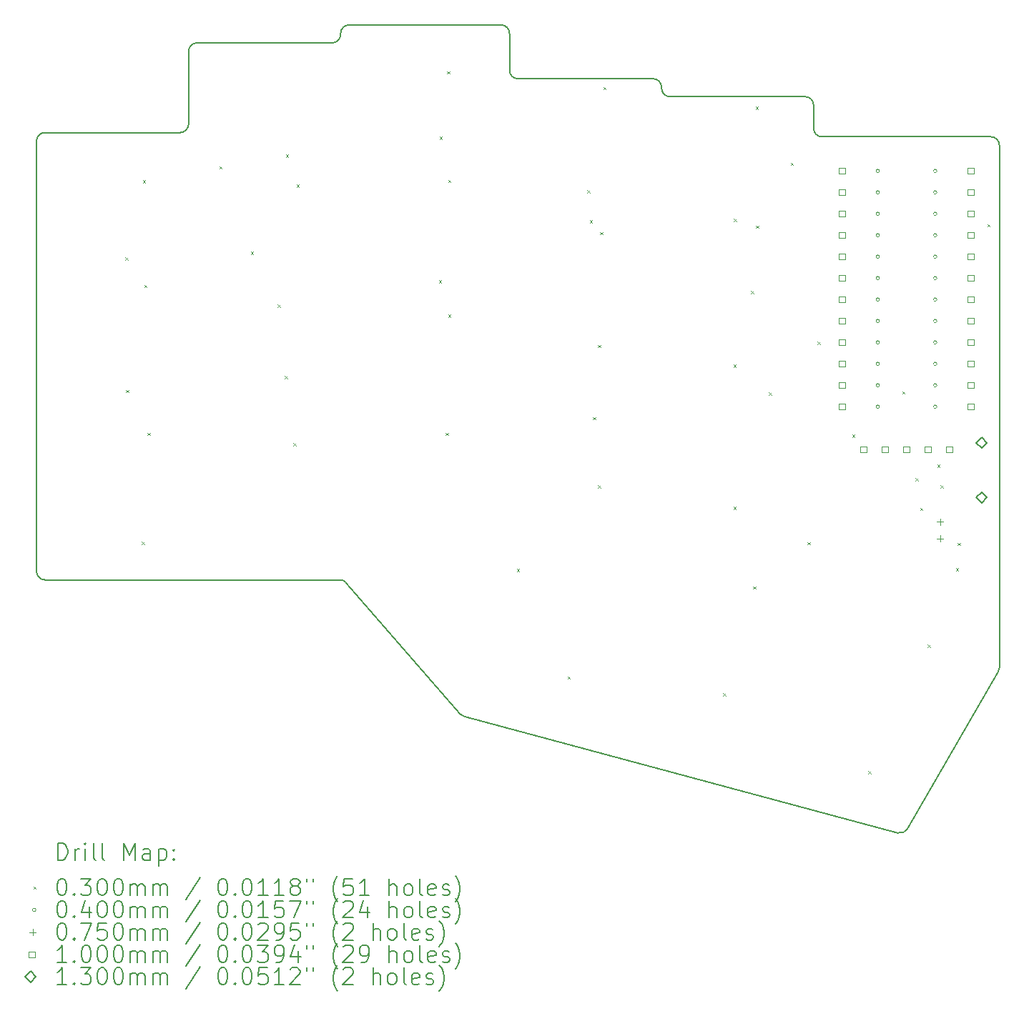
<source format=gbr>
%TF.GenerationSoftware,KiCad,Pcbnew,8.0.6+1*%
%TF.CreationDate,2024-12-31T16:22:39+00:00*%
%TF.ProjectId,corney_island_wireless_autorouted,636f726e-6579-45f6-9973-6c616e645f77,0.2*%
%TF.SameCoordinates,Original*%
%TF.FileFunction,Drillmap*%
%TF.FilePolarity,Positive*%
%FSLAX45Y45*%
G04 Gerber Fmt 4.5, Leading zero omitted, Abs format (unit mm)*
G04 Created by KiCad (PCBNEW 8.0.6+1) date 2024-12-31 16:22:39*
%MOMM*%
%LPD*%
G01*
G04 APERTURE LIST*
%ADD10C,0.150000*%
%ADD11C,0.200000*%
%ADD12C,0.100000*%
%ADD13C,0.130000*%
G04 APERTURE END LIST*
D10*
X18200000Y-5600000D02*
X18200000Y-5325000D01*
X14069557Y-12572920D02*
G75*
G02*
X14019938Y-12541894I25893J96600D01*
G01*
X10700000Y-5650000D02*
X9100000Y-5650000D01*
X20400000Y-11990591D02*
X20400000Y-5800000D01*
X12500000Y-4587500D02*
X10900000Y-4587500D01*
X14500000Y-4375000D02*
X12700000Y-4375000D01*
X19199997Y-13947617D02*
X14069557Y-12572920D01*
X9100000Y-10950000D02*
G75*
G02*
X9000000Y-10850000I0J100000D01*
G01*
X12600000Y-4475000D02*
G75*
G02*
X12700000Y-4375000I100000J0D01*
G01*
X9100000Y-10950000D02*
X12591898Y-10950000D01*
X18300000Y-5700000D02*
G75*
G02*
X18200000Y-5600000I0J100000D01*
G01*
X19312481Y-13901024D02*
X20386603Y-12040591D01*
X10800000Y-5550000D02*
G75*
G02*
X10700000Y-5650000I-100000J0D01*
G01*
X9000000Y-10850000D02*
X9000000Y-5750000D01*
X9000000Y-5750000D02*
G75*
G02*
X9100000Y-5650000I100000J0D01*
G01*
X19312481Y-13901024D02*
G75*
G02*
X19199996Y-13947620I-86611J50014D01*
G01*
X18300000Y-5700000D02*
X20300000Y-5700000D01*
X10800000Y-4687500D02*
G75*
G02*
X10900000Y-4587500I100000J0D01*
G01*
X12600000Y-4475000D02*
X12600000Y-4487500D01*
X14600000Y-4912500D02*
X14600000Y-4475000D01*
X14700000Y-5012500D02*
G75*
G02*
X14600000Y-4912500I0J100000D01*
G01*
X12600000Y-4487500D02*
G75*
G02*
X12500000Y-4587500I-100000J0D01*
G01*
X20400000Y-11990591D02*
G75*
G02*
X20386603Y-12040592I-100010J2D01*
G01*
X18100000Y-5225000D02*
X16500000Y-5225000D01*
X12591898Y-10950000D02*
G75*
G02*
X12667400Y-10984432I2J-99990D01*
G01*
X16400000Y-5125000D02*
X16400000Y-5112500D01*
X14019936Y-12541896D02*
X12667401Y-10984431D01*
X16300000Y-5012500D02*
X14700000Y-5012500D01*
X20300000Y-5700000D02*
G75*
G02*
X20400000Y-5800000I0J-100000D01*
G01*
X14500000Y-4375000D02*
G75*
G02*
X14600000Y-4475000I0J-100000D01*
G01*
X10800000Y-4687500D02*
X10800000Y-5550000D01*
X16300000Y-5012500D02*
G75*
G02*
X16400000Y-5112500I0J-100000D01*
G01*
X18100000Y-5225000D02*
G75*
G02*
X18200000Y-5325000I0J-100000D01*
G01*
X16500000Y-5225000D02*
G75*
G02*
X16400000Y-5125000I0J100000D01*
G01*
D11*
D12*
X10052370Y-7131300D02*
X10082370Y-7161300D01*
X10082370Y-7131300D02*
X10052370Y-7161300D01*
X10058240Y-8698120D02*
X10088240Y-8728120D01*
X10088240Y-8698120D02*
X10058240Y-8728120D01*
X10246600Y-10497460D02*
X10276600Y-10527460D01*
X10276600Y-10497460D02*
X10246600Y-10527460D01*
X10258100Y-6215770D02*
X10288100Y-6245770D01*
X10288100Y-6215770D02*
X10258100Y-6245770D01*
X10276060Y-7454310D02*
X10306060Y-7484310D01*
X10306060Y-7454310D02*
X10276060Y-7484310D01*
X10312500Y-9207210D02*
X10342500Y-9237210D01*
X10342500Y-9207210D02*
X10312500Y-9237210D01*
X11165250Y-6049980D02*
X11195250Y-6079980D01*
X11195250Y-6049980D02*
X11165250Y-6079980D01*
X11535240Y-7059940D02*
X11565240Y-7089940D01*
X11565240Y-7059940D02*
X11535240Y-7089940D01*
X11852560Y-7687570D02*
X11882560Y-7717570D01*
X11882560Y-7687570D02*
X11852560Y-7717570D01*
X11937570Y-8534100D02*
X11967570Y-8564100D01*
X11967570Y-8534100D02*
X11937570Y-8564100D01*
X11950000Y-5909140D02*
X11980000Y-5939140D01*
X11980000Y-5909140D02*
X11950000Y-5939140D01*
X12040510Y-9331990D02*
X12070510Y-9361990D01*
X12070510Y-9331990D02*
X12040510Y-9361990D01*
X12079750Y-6266160D02*
X12109750Y-6296160D01*
X12109750Y-6266160D02*
X12079750Y-6296160D01*
X13762250Y-7399310D02*
X13792250Y-7429310D01*
X13792250Y-7399310D02*
X13762250Y-7429310D01*
X13772930Y-5698540D02*
X13802930Y-5728540D01*
X13802930Y-5698540D02*
X13772930Y-5728540D01*
X13845260Y-9208980D02*
X13875260Y-9238980D01*
X13875260Y-9208980D02*
X13845260Y-9238980D01*
X13859510Y-4924760D02*
X13889510Y-4954760D01*
X13889510Y-4924760D02*
X13859510Y-4954760D01*
X13874220Y-6211750D02*
X13904220Y-6241750D01*
X13904220Y-6211750D02*
X13874220Y-6241750D01*
X13874220Y-7806780D02*
X13904220Y-7836780D01*
X13904220Y-7806780D02*
X13874220Y-7836780D01*
X14685190Y-10822130D02*
X14715190Y-10852130D01*
X14715190Y-10822130D02*
X14685190Y-10852130D01*
X15285690Y-12096710D02*
X15315690Y-12126710D01*
X15315690Y-12096710D02*
X15285690Y-12126710D01*
X15520010Y-6335360D02*
X15550010Y-6365360D01*
X15550010Y-6335360D02*
X15520010Y-6365360D01*
X15550000Y-6691200D02*
X15580000Y-6721200D01*
X15580000Y-6691200D02*
X15550000Y-6721200D01*
X15589370Y-9020850D02*
X15619370Y-9050850D01*
X15619370Y-9020850D02*
X15589370Y-9050850D01*
X15645190Y-9827950D02*
X15675190Y-9857950D01*
X15675190Y-9827950D02*
X15645190Y-9857950D01*
X15645340Y-8167890D02*
X15675340Y-8197890D01*
X15675340Y-8167890D02*
X15645340Y-8197890D01*
X15674220Y-6830200D02*
X15704220Y-6860200D01*
X15704220Y-6830200D02*
X15674220Y-6860200D01*
X15712500Y-5110500D02*
X15742500Y-5140500D01*
X15742500Y-5110500D02*
X15712500Y-5140500D01*
X17130030Y-12294250D02*
X17160030Y-12324250D01*
X17160030Y-12294250D02*
X17130030Y-12324250D01*
X17251020Y-10083810D02*
X17281020Y-10113810D01*
X17281020Y-10083810D02*
X17251020Y-10113810D01*
X17253140Y-8398230D02*
X17283140Y-8428230D01*
X17283140Y-8398230D02*
X17253140Y-8428230D01*
X17253810Y-6670780D02*
X17283810Y-6700780D01*
X17283810Y-6670780D02*
X17253810Y-6700780D01*
X17457610Y-7527380D02*
X17487610Y-7557380D01*
X17487610Y-7527380D02*
X17457610Y-7557380D01*
X17484670Y-11029730D02*
X17514670Y-11059730D01*
X17514670Y-11029730D02*
X17484670Y-11059730D01*
X17512500Y-5342190D02*
X17542500Y-5372190D01*
X17542500Y-5342190D02*
X17512500Y-5372190D01*
X17518120Y-6753950D02*
X17548120Y-6783950D01*
X17548120Y-6753950D02*
X17518120Y-6783950D01*
X17672670Y-8728910D02*
X17702670Y-8758910D01*
X17702670Y-8728910D02*
X17672670Y-8758910D01*
X17929730Y-6006080D02*
X17959730Y-6036080D01*
X17959730Y-6006080D02*
X17929730Y-6036080D01*
X18125780Y-10501430D02*
X18155780Y-10531430D01*
X18155780Y-10501430D02*
X18125780Y-10531430D01*
X18248110Y-8128660D02*
X18278110Y-8158660D01*
X18278110Y-8128660D02*
X18248110Y-8158660D01*
X18658350Y-9227730D02*
X18688350Y-9257730D01*
X18688350Y-9227730D02*
X18658350Y-9257730D01*
X18847000Y-13217660D02*
X18877000Y-13247660D01*
X18877000Y-13217660D02*
X18847000Y-13247660D01*
X19249530Y-8716220D02*
X19279530Y-8746220D01*
X19279530Y-8716220D02*
X19249530Y-8746220D01*
X19408020Y-9744360D02*
X19438020Y-9774360D01*
X19438020Y-9744360D02*
X19408020Y-9774360D01*
X19462210Y-10097480D02*
X19492210Y-10127480D01*
X19492210Y-10097480D02*
X19462210Y-10127480D01*
X19550760Y-11720050D02*
X19580760Y-11750050D01*
X19580760Y-11720050D02*
X19550760Y-11750050D01*
X19666000Y-9583210D02*
X19696000Y-9613210D01*
X19696000Y-9583210D02*
X19666000Y-9613210D01*
X19702830Y-9831350D02*
X19732830Y-9861350D01*
X19732830Y-9831350D02*
X19702830Y-9861350D01*
X19883110Y-10810000D02*
X19913110Y-10840000D01*
X19913110Y-10810000D02*
X19883110Y-10840000D01*
X19903930Y-10510000D02*
X19933930Y-10540000D01*
X19933930Y-10510000D02*
X19903930Y-10540000D01*
X20258000Y-6736330D02*
X20288000Y-6766330D01*
X20288000Y-6736330D02*
X20258000Y-6766330D01*
X18980000Y-6104500D02*
G75*
G02*
X18940000Y-6104500I-20000J0D01*
G01*
X18940000Y-6104500D02*
G75*
G02*
X18980000Y-6104500I20000J0D01*
G01*
X18980000Y-6358500D02*
G75*
G02*
X18940000Y-6358500I-20000J0D01*
G01*
X18940000Y-6358500D02*
G75*
G02*
X18980000Y-6358500I20000J0D01*
G01*
X18980000Y-6612500D02*
G75*
G02*
X18940000Y-6612500I-20000J0D01*
G01*
X18940000Y-6612500D02*
G75*
G02*
X18980000Y-6612500I20000J0D01*
G01*
X18980000Y-6866500D02*
G75*
G02*
X18940000Y-6866500I-20000J0D01*
G01*
X18940000Y-6866500D02*
G75*
G02*
X18980000Y-6866500I20000J0D01*
G01*
X18980000Y-7120500D02*
G75*
G02*
X18940000Y-7120500I-20000J0D01*
G01*
X18940000Y-7120500D02*
G75*
G02*
X18980000Y-7120500I20000J0D01*
G01*
X18980000Y-7374500D02*
G75*
G02*
X18940000Y-7374500I-20000J0D01*
G01*
X18940000Y-7374500D02*
G75*
G02*
X18980000Y-7374500I20000J0D01*
G01*
X18980000Y-7628500D02*
G75*
G02*
X18940000Y-7628500I-20000J0D01*
G01*
X18940000Y-7628500D02*
G75*
G02*
X18980000Y-7628500I20000J0D01*
G01*
X18980000Y-7882500D02*
G75*
G02*
X18940000Y-7882500I-20000J0D01*
G01*
X18940000Y-7882500D02*
G75*
G02*
X18980000Y-7882500I20000J0D01*
G01*
X18980000Y-8136500D02*
G75*
G02*
X18940000Y-8136500I-20000J0D01*
G01*
X18940000Y-8136500D02*
G75*
G02*
X18980000Y-8136500I20000J0D01*
G01*
X18980000Y-8390500D02*
G75*
G02*
X18940000Y-8390500I-20000J0D01*
G01*
X18940000Y-8390500D02*
G75*
G02*
X18980000Y-8390500I20000J0D01*
G01*
X18980000Y-8644500D02*
G75*
G02*
X18940000Y-8644500I-20000J0D01*
G01*
X18940000Y-8644500D02*
G75*
G02*
X18980000Y-8644500I20000J0D01*
G01*
X18980000Y-8898500D02*
G75*
G02*
X18940000Y-8898500I-20000J0D01*
G01*
X18940000Y-8898500D02*
G75*
G02*
X18980000Y-8898500I20000J0D01*
G01*
X19660000Y-6104500D02*
G75*
G02*
X19620000Y-6104500I-20000J0D01*
G01*
X19620000Y-6104500D02*
G75*
G02*
X19660000Y-6104500I20000J0D01*
G01*
X19660000Y-6358500D02*
G75*
G02*
X19620000Y-6358500I-20000J0D01*
G01*
X19620000Y-6358500D02*
G75*
G02*
X19660000Y-6358500I20000J0D01*
G01*
X19660000Y-6612500D02*
G75*
G02*
X19620000Y-6612500I-20000J0D01*
G01*
X19620000Y-6612500D02*
G75*
G02*
X19660000Y-6612500I20000J0D01*
G01*
X19660000Y-6866500D02*
G75*
G02*
X19620000Y-6866500I-20000J0D01*
G01*
X19620000Y-6866500D02*
G75*
G02*
X19660000Y-6866500I20000J0D01*
G01*
X19660000Y-7120500D02*
G75*
G02*
X19620000Y-7120500I-20000J0D01*
G01*
X19620000Y-7120500D02*
G75*
G02*
X19660000Y-7120500I20000J0D01*
G01*
X19660000Y-7374500D02*
G75*
G02*
X19620000Y-7374500I-20000J0D01*
G01*
X19620000Y-7374500D02*
G75*
G02*
X19660000Y-7374500I20000J0D01*
G01*
X19660000Y-7628500D02*
G75*
G02*
X19620000Y-7628500I-20000J0D01*
G01*
X19620000Y-7628500D02*
G75*
G02*
X19660000Y-7628500I20000J0D01*
G01*
X19660000Y-7882500D02*
G75*
G02*
X19620000Y-7882500I-20000J0D01*
G01*
X19620000Y-7882500D02*
G75*
G02*
X19660000Y-7882500I20000J0D01*
G01*
X19660000Y-8136500D02*
G75*
G02*
X19620000Y-8136500I-20000J0D01*
G01*
X19620000Y-8136500D02*
G75*
G02*
X19660000Y-8136500I20000J0D01*
G01*
X19660000Y-8390500D02*
G75*
G02*
X19620000Y-8390500I-20000J0D01*
G01*
X19620000Y-8390500D02*
G75*
G02*
X19660000Y-8390500I20000J0D01*
G01*
X19660000Y-8644500D02*
G75*
G02*
X19620000Y-8644500I-20000J0D01*
G01*
X19620000Y-8644500D02*
G75*
G02*
X19660000Y-8644500I20000J0D01*
G01*
X19660000Y-8898500D02*
G75*
G02*
X19620000Y-8898500I-20000J0D01*
G01*
X19620000Y-8898500D02*
G75*
G02*
X19660000Y-8898500I20000J0D01*
G01*
X19700000Y-10225000D02*
X19700000Y-10300000D01*
X19662500Y-10262500D02*
X19737500Y-10262500D01*
X19700000Y-10425000D02*
X19700000Y-10500000D01*
X19662500Y-10462500D02*
X19737500Y-10462500D01*
X18573356Y-6139856D02*
X18573356Y-6069144D01*
X18502644Y-6069144D01*
X18502644Y-6139856D01*
X18573356Y-6139856D01*
X18573356Y-6393856D02*
X18573356Y-6323144D01*
X18502644Y-6323144D01*
X18502644Y-6393856D01*
X18573356Y-6393856D01*
X18573356Y-6647856D02*
X18573356Y-6577144D01*
X18502644Y-6577144D01*
X18502644Y-6647856D01*
X18573356Y-6647856D01*
X18573356Y-6901856D02*
X18573356Y-6831144D01*
X18502644Y-6831144D01*
X18502644Y-6901856D01*
X18573356Y-6901856D01*
X18573356Y-7155856D02*
X18573356Y-7085144D01*
X18502644Y-7085144D01*
X18502644Y-7155856D01*
X18573356Y-7155856D01*
X18573356Y-7409856D02*
X18573356Y-7339144D01*
X18502644Y-7339144D01*
X18502644Y-7409856D01*
X18573356Y-7409856D01*
X18573356Y-7663856D02*
X18573356Y-7593144D01*
X18502644Y-7593144D01*
X18502644Y-7663856D01*
X18573356Y-7663856D01*
X18573356Y-7917856D02*
X18573356Y-7847144D01*
X18502644Y-7847144D01*
X18502644Y-7917856D01*
X18573356Y-7917856D01*
X18573356Y-8171856D02*
X18573356Y-8101144D01*
X18502644Y-8101144D01*
X18502644Y-8171856D01*
X18573356Y-8171856D01*
X18573356Y-8425856D02*
X18573356Y-8355144D01*
X18502644Y-8355144D01*
X18502644Y-8425856D01*
X18573356Y-8425856D01*
X18573356Y-8679856D02*
X18573356Y-8609144D01*
X18502644Y-8609144D01*
X18502644Y-8679856D01*
X18573356Y-8679856D01*
X18573356Y-8933856D02*
X18573356Y-8863144D01*
X18502644Y-8863144D01*
X18502644Y-8933856D01*
X18573356Y-8933856D01*
X18827356Y-9442856D02*
X18827356Y-9372144D01*
X18756644Y-9372144D01*
X18756644Y-9442856D01*
X18827356Y-9442856D01*
X19081356Y-9442856D02*
X19081356Y-9372144D01*
X19010644Y-9372144D01*
X19010644Y-9442856D01*
X19081356Y-9442856D01*
X19335356Y-9442856D02*
X19335356Y-9372144D01*
X19264644Y-9372144D01*
X19264644Y-9442856D01*
X19335356Y-9442856D01*
X19589356Y-9442856D02*
X19589356Y-9372144D01*
X19518644Y-9372144D01*
X19518644Y-9442856D01*
X19589356Y-9442856D01*
X19843356Y-9442856D02*
X19843356Y-9372144D01*
X19772644Y-9372144D01*
X19772644Y-9442856D01*
X19843356Y-9442856D01*
X20097356Y-6139856D02*
X20097356Y-6069144D01*
X20026644Y-6069144D01*
X20026644Y-6139856D01*
X20097356Y-6139856D01*
X20097356Y-6393856D02*
X20097356Y-6323144D01*
X20026644Y-6323144D01*
X20026644Y-6393856D01*
X20097356Y-6393856D01*
X20097356Y-6647856D02*
X20097356Y-6577144D01*
X20026644Y-6577144D01*
X20026644Y-6647856D01*
X20097356Y-6647856D01*
X20097356Y-6901856D02*
X20097356Y-6831144D01*
X20026644Y-6831144D01*
X20026644Y-6901856D01*
X20097356Y-6901856D01*
X20097356Y-7155856D02*
X20097356Y-7085144D01*
X20026644Y-7085144D01*
X20026644Y-7155856D01*
X20097356Y-7155856D01*
X20097356Y-7409856D02*
X20097356Y-7339144D01*
X20026644Y-7339144D01*
X20026644Y-7409856D01*
X20097356Y-7409856D01*
X20097356Y-7663856D02*
X20097356Y-7593144D01*
X20026644Y-7593144D01*
X20026644Y-7663856D01*
X20097356Y-7663856D01*
X20097356Y-7917856D02*
X20097356Y-7847144D01*
X20026644Y-7847144D01*
X20026644Y-7917856D01*
X20097356Y-7917856D01*
X20097356Y-8171856D02*
X20097356Y-8101144D01*
X20026644Y-8101144D01*
X20026644Y-8171856D01*
X20097356Y-8171856D01*
X20097356Y-8425856D02*
X20097356Y-8355144D01*
X20026644Y-8355144D01*
X20026644Y-8425856D01*
X20097356Y-8425856D01*
X20097356Y-8679856D02*
X20097356Y-8609144D01*
X20026644Y-8609144D01*
X20026644Y-8679856D01*
X20097356Y-8679856D01*
X20097356Y-8933856D02*
X20097356Y-8863144D01*
X20026644Y-8863144D01*
X20026644Y-8933856D01*
X20097356Y-8933856D01*
D13*
X20190000Y-9390000D02*
X20255000Y-9325000D01*
X20190000Y-9260000D01*
X20125000Y-9325000D01*
X20190000Y-9390000D01*
X20190000Y-10040000D02*
X20255000Y-9975000D01*
X20190000Y-9910000D01*
X20125000Y-9975000D01*
X20190000Y-10040000D01*
D11*
X9253277Y-14270008D02*
X9253277Y-14070008D01*
X9253277Y-14070008D02*
X9300896Y-14070008D01*
X9300896Y-14070008D02*
X9329467Y-14079532D01*
X9329467Y-14079532D02*
X9348515Y-14098580D01*
X9348515Y-14098580D02*
X9358039Y-14117627D01*
X9358039Y-14117627D02*
X9367563Y-14155723D01*
X9367563Y-14155723D02*
X9367563Y-14184294D01*
X9367563Y-14184294D02*
X9358039Y-14222389D01*
X9358039Y-14222389D02*
X9348515Y-14241437D01*
X9348515Y-14241437D02*
X9329467Y-14260485D01*
X9329467Y-14260485D02*
X9300896Y-14270008D01*
X9300896Y-14270008D02*
X9253277Y-14270008D01*
X9453277Y-14270008D02*
X9453277Y-14136675D01*
X9453277Y-14174770D02*
X9462801Y-14155723D01*
X9462801Y-14155723D02*
X9472324Y-14146199D01*
X9472324Y-14146199D02*
X9491372Y-14136675D01*
X9491372Y-14136675D02*
X9510420Y-14136675D01*
X9577086Y-14270008D02*
X9577086Y-14136675D01*
X9577086Y-14070008D02*
X9567563Y-14079532D01*
X9567563Y-14079532D02*
X9577086Y-14089056D01*
X9577086Y-14089056D02*
X9586610Y-14079532D01*
X9586610Y-14079532D02*
X9577086Y-14070008D01*
X9577086Y-14070008D02*
X9577086Y-14089056D01*
X9700896Y-14270008D02*
X9681848Y-14260485D01*
X9681848Y-14260485D02*
X9672324Y-14241437D01*
X9672324Y-14241437D02*
X9672324Y-14070008D01*
X9805658Y-14270008D02*
X9786610Y-14260485D01*
X9786610Y-14260485D02*
X9777086Y-14241437D01*
X9777086Y-14241437D02*
X9777086Y-14070008D01*
X10034229Y-14270008D02*
X10034229Y-14070008D01*
X10034229Y-14070008D02*
X10100896Y-14212865D01*
X10100896Y-14212865D02*
X10167563Y-14070008D01*
X10167563Y-14070008D02*
X10167563Y-14270008D01*
X10348515Y-14270008D02*
X10348515Y-14165246D01*
X10348515Y-14165246D02*
X10338991Y-14146199D01*
X10338991Y-14146199D02*
X10319944Y-14136675D01*
X10319944Y-14136675D02*
X10281848Y-14136675D01*
X10281848Y-14136675D02*
X10262801Y-14146199D01*
X10348515Y-14260485D02*
X10329467Y-14270008D01*
X10329467Y-14270008D02*
X10281848Y-14270008D01*
X10281848Y-14270008D02*
X10262801Y-14260485D01*
X10262801Y-14260485D02*
X10253277Y-14241437D01*
X10253277Y-14241437D02*
X10253277Y-14222389D01*
X10253277Y-14222389D02*
X10262801Y-14203342D01*
X10262801Y-14203342D02*
X10281848Y-14193818D01*
X10281848Y-14193818D02*
X10329467Y-14193818D01*
X10329467Y-14193818D02*
X10348515Y-14184294D01*
X10443753Y-14136675D02*
X10443753Y-14336675D01*
X10443753Y-14146199D02*
X10462801Y-14136675D01*
X10462801Y-14136675D02*
X10500896Y-14136675D01*
X10500896Y-14136675D02*
X10519944Y-14146199D01*
X10519944Y-14146199D02*
X10529467Y-14155723D01*
X10529467Y-14155723D02*
X10538991Y-14174770D01*
X10538991Y-14174770D02*
X10538991Y-14231913D01*
X10538991Y-14231913D02*
X10529467Y-14250961D01*
X10529467Y-14250961D02*
X10519944Y-14260485D01*
X10519944Y-14260485D02*
X10500896Y-14270008D01*
X10500896Y-14270008D02*
X10462801Y-14270008D01*
X10462801Y-14270008D02*
X10443753Y-14260485D01*
X10624705Y-14250961D02*
X10634229Y-14260485D01*
X10634229Y-14260485D02*
X10624705Y-14270008D01*
X10624705Y-14270008D02*
X10615182Y-14260485D01*
X10615182Y-14260485D02*
X10624705Y-14250961D01*
X10624705Y-14250961D02*
X10624705Y-14270008D01*
X10624705Y-14146199D02*
X10634229Y-14155723D01*
X10634229Y-14155723D02*
X10624705Y-14165246D01*
X10624705Y-14165246D02*
X10615182Y-14155723D01*
X10615182Y-14155723D02*
X10624705Y-14146199D01*
X10624705Y-14146199D02*
X10624705Y-14165246D01*
D12*
X8962500Y-14583525D02*
X8992500Y-14613525D01*
X8992500Y-14583525D02*
X8962500Y-14613525D01*
D11*
X9291372Y-14490008D02*
X9310420Y-14490008D01*
X9310420Y-14490008D02*
X9329467Y-14499532D01*
X9329467Y-14499532D02*
X9338991Y-14509056D01*
X9338991Y-14509056D02*
X9348515Y-14528104D01*
X9348515Y-14528104D02*
X9358039Y-14566199D01*
X9358039Y-14566199D02*
X9358039Y-14613818D01*
X9358039Y-14613818D02*
X9348515Y-14651913D01*
X9348515Y-14651913D02*
X9338991Y-14670961D01*
X9338991Y-14670961D02*
X9329467Y-14680485D01*
X9329467Y-14680485D02*
X9310420Y-14690008D01*
X9310420Y-14690008D02*
X9291372Y-14690008D01*
X9291372Y-14690008D02*
X9272324Y-14680485D01*
X9272324Y-14680485D02*
X9262801Y-14670961D01*
X9262801Y-14670961D02*
X9253277Y-14651913D01*
X9253277Y-14651913D02*
X9243753Y-14613818D01*
X9243753Y-14613818D02*
X9243753Y-14566199D01*
X9243753Y-14566199D02*
X9253277Y-14528104D01*
X9253277Y-14528104D02*
X9262801Y-14509056D01*
X9262801Y-14509056D02*
X9272324Y-14499532D01*
X9272324Y-14499532D02*
X9291372Y-14490008D01*
X9443753Y-14670961D02*
X9453277Y-14680485D01*
X9453277Y-14680485D02*
X9443753Y-14690008D01*
X9443753Y-14690008D02*
X9434229Y-14680485D01*
X9434229Y-14680485D02*
X9443753Y-14670961D01*
X9443753Y-14670961D02*
X9443753Y-14690008D01*
X9519944Y-14490008D02*
X9643753Y-14490008D01*
X9643753Y-14490008D02*
X9577086Y-14566199D01*
X9577086Y-14566199D02*
X9605658Y-14566199D01*
X9605658Y-14566199D02*
X9624705Y-14575723D01*
X9624705Y-14575723D02*
X9634229Y-14585246D01*
X9634229Y-14585246D02*
X9643753Y-14604294D01*
X9643753Y-14604294D02*
X9643753Y-14651913D01*
X9643753Y-14651913D02*
X9634229Y-14670961D01*
X9634229Y-14670961D02*
X9624705Y-14680485D01*
X9624705Y-14680485D02*
X9605658Y-14690008D01*
X9605658Y-14690008D02*
X9548515Y-14690008D01*
X9548515Y-14690008D02*
X9529467Y-14680485D01*
X9529467Y-14680485D02*
X9519944Y-14670961D01*
X9767563Y-14490008D02*
X9786610Y-14490008D01*
X9786610Y-14490008D02*
X9805658Y-14499532D01*
X9805658Y-14499532D02*
X9815182Y-14509056D01*
X9815182Y-14509056D02*
X9824705Y-14528104D01*
X9824705Y-14528104D02*
X9834229Y-14566199D01*
X9834229Y-14566199D02*
X9834229Y-14613818D01*
X9834229Y-14613818D02*
X9824705Y-14651913D01*
X9824705Y-14651913D02*
X9815182Y-14670961D01*
X9815182Y-14670961D02*
X9805658Y-14680485D01*
X9805658Y-14680485D02*
X9786610Y-14690008D01*
X9786610Y-14690008D02*
X9767563Y-14690008D01*
X9767563Y-14690008D02*
X9748515Y-14680485D01*
X9748515Y-14680485D02*
X9738991Y-14670961D01*
X9738991Y-14670961D02*
X9729467Y-14651913D01*
X9729467Y-14651913D02*
X9719944Y-14613818D01*
X9719944Y-14613818D02*
X9719944Y-14566199D01*
X9719944Y-14566199D02*
X9729467Y-14528104D01*
X9729467Y-14528104D02*
X9738991Y-14509056D01*
X9738991Y-14509056D02*
X9748515Y-14499532D01*
X9748515Y-14499532D02*
X9767563Y-14490008D01*
X9958039Y-14490008D02*
X9977086Y-14490008D01*
X9977086Y-14490008D02*
X9996134Y-14499532D01*
X9996134Y-14499532D02*
X10005658Y-14509056D01*
X10005658Y-14509056D02*
X10015182Y-14528104D01*
X10015182Y-14528104D02*
X10024705Y-14566199D01*
X10024705Y-14566199D02*
X10024705Y-14613818D01*
X10024705Y-14613818D02*
X10015182Y-14651913D01*
X10015182Y-14651913D02*
X10005658Y-14670961D01*
X10005658Y-14670961D02*
X9996134Y-14680485D01*
X9996134Y-14680485D02*
X9977086Y-14690008D01*
X9977086Y-14690008D02*
X9958039Y-14690008D01*
X9958039Y-14690008D02*
X9938991Y-14680485D01*
X9938991Y-14680485D02*
X9929467Y-14670961D01*
X9929467Y-14670961D02*
X9919944Y-14651913D01*
X9919944Y-14651913D02*
X9910420Y-14613818D01*
X9910420Y-14613818D02*
X9910420Y-14566199D01*
X9910420Y-14566199D02*
X9919944Y-14528104D01*
X9919944Y-14528104D02*
X9929467Y-14509056D01*
X9929467Y-14509056D02*
X9938991Y-14499532D01*
X9938991Y-14499532D02*
X9958039Y-14490008D01*
X10110420Y-14690008D02*
X10110420Y-14556675D01*
X10110420Y-14575723D02*
X10119944Y-14566199D01*
X10119944Y-14566199D02*
X10138991Y-14556675D01*
X10138991Y-14556675D02*
X10167563Y-14556675D01*
X10167563Y-14556675D02*
X10186610Y-14566199D01*
X10186610Y-14566199D02*
X10196134Y-14585246D01*
X10196134Y-14585246D02*
X10196134Y-14690008D01*
X10196134Y-14585246D02*
X10205658Y-14566199D01*
X10205658Y-14566199D02*
X10224705Y-14556675D01*
X10224705Y-14556675D02*
X10253277Y-14556675D01*
X10253277Y-14556675D02*
X10272325Y-14566199D01*
X10272325Y-14566199D02*
X10281848Y-14585246D01*
X10281848Y-14585246D02*
X10281848Y-14690008D01*
X10377086Y-14690008D02*
X10377086Y-14556675D01*
X10377086Y-14575723D02*
X10386610Y-14566199D01*
X10386610Y-14566199D02*
X10405658Y-14556675D01*
X10405658Y-14556675D02*
X10434229Y-14556675D01*
X10434229Y-14556675D02*
X10453277Y-14566199D01*
X10453277Y-14566199D02*
X10462801Y-14585246D01*
X10462801Y-14585246D02*
X10462801Y-14690008D01*
X10462801Y-14585246D02*
X10472325Y-14566199D01*
X10472325Y-14566199D02*
X10491372Y-14556675D01*
X10491372Y-14556675D02*
X10519944Y-14556675D01*
X10519944Y-14556675D02*
X10538991Y-14566199D01*
X10538991Y-14566199D02*
X10548515Y-14585246D01*
X10548515Y-14585246D02*
X10548515Y-14690008D01*
X10938991Y-14480485D02*
X10767563Y-14737627D01*
X11196134Y-14490008D02*
X11215182Y-14490008D01*
X11215182Y-14490008D02*
X11234229Y-14499532D01*
X11234229Y-14499532D02*
X11243753Y-14509056D01*
X11243753Y-14509056D02*
X11253277Y-14528104D01*
X11253277Y-14528104D02*
X11262801Y-14566199D01*
X11262801Y-14566199D02*
X11262801Y-14613818D01*
X11262801Y-14613818D02*
X11253277Y-14651913D01*
X11253277Y-14651913D02*
X11243753Y-14670961D01*
X11243753Y-14670961D02*
X11234229Y-14680485D01*
X11234229Y-14680485D02*
X11215182Y-14690008D01*
X11215182Y-14690008D02*
X11196134Y-14690008D01*
X11196134Y-14690008D02*
X11177087Y-14680485D01*
X11177087Y-14680485D02*
X11167563Y-14670961D01*
X11167563Y-14670961D02*
X11158039Y-14651913D01*
X11158039Y-14651913D02*
X11148515Y-14613818D01*
X11148515Y-14613818D02*
X11148515Y-14566199D01*
X11148515Y-14566199D02*
X11158039Y-14528104D01*
X11158039Y-14528104D02*
X11167563Y-14509056D01*
X11167563Y-14509056D02*
X11177087Y-14499532D01*
X11177087Y-14499532D02*
X11196134Y-14490008D01*
X11348515Y-14670961D02*
X11358039Y-14680485D01*
X11358039Y-14680485D02*
X11348515Y-14690008D01*
X11348515Y-14690008D02*
X11338991Y-14680485D01*
X11338991Y-14680485D02*
X11348515Y-14670961D01*
X11348515Y-14670961D02*
X11348515Y-14690008D01*
X11481848Y-14490008D02*
X11500896Y-14490008D01*
X11500896Y-14490008D02*
X11519944Y-14499532D01*
X11519944Y-14499532D02*
X11529467Y-14509056D01*
X11529467Y-14509056D02*
X11538991Y-14528104D01*
X11538991Y-14528104D02*
X11548515Y-14566199D01*
X11548515Y-14566199D02*
X11548515Y-14613818D01*
X11548515Y-14613818D02*
X11538991Y-14651913D01*
X11538991Y-14651913D02*
X11529467Y-14670961D01*
X11529467Y-14670961D02*
X11519944Y-14680485D01*
X11519944Y-14680485D02*
X11500896Y-14690008D01*
X11500896Y-14690008D02*
X11481848Y-14690008D01*
X11481848Y-14690008D02*
X11462801Y-14680485D01*
X11462801Y-14680485D02*
X11453277Y-14670961D01*
X11453277Y-14670961D02*
X11443753Y-14651913D01*
X11443753Y-14651913D02*
X11434229Y-14613818D01*
X11434229Y-14613818D02*
X11434229Y-14566199D01*
X11434229Y-14566199D02*
X11443753Y-14528104D01*
X11443753Y-14528104D02*
X11453277Y-14509056D01*
X11453277Y-14509056D02*
X11462801Y-14499532D01*
X11462801Y-14499532D02*
X11481848Y-14490008D01*
X11738991Y-14690008D02*
X11624706Y-14690008D01*
X11681848Y-14690008D02*
X11681848Y-14490008D01*
X11681848Y-14490008D02*
X11662801Y-14518580D01*
X11662801Y-14518580D02*
X11643753Y-14537627D01*
X11643753Y-14537627D02*
X11624706Y-14547151D01*
X11929467Y-14690008D02*
X11815182Y-14690008D01*
X11872325Y-14690008D02*
X11872325Y-14490008D01*
X11872325Y-14490008D02*
X11853277Y-14518580D01*
X11853277Y-14518580D02*
X11834229Y-14537627D01*
X11834229Y-14537627D02*
X11815182Y-14547151D01*
X12043753Y-14575723D02*
X12024706Y-14566199D01*
X12024706Y-14566199D02*
X12015182Y-14556675D01*
X12015182Y-14556675D02*
X12005658Y-14537627D01*
X12005658Y-14537627D02*
X12005658Y-14528104D01*
X12005658Y-14528104D02*
X12015182Y-14509056D01*
X12015182Y-14509056D02*
X12024706Y-14499532D01*
X12024706Y-14499532D02*
X12043753Y-14490008D01*
X12043753Y-14490008D02*
X12081848Y-14490008D01*
X12081848Y-14490008D02*
X12100896Y-14499532D01*
X12100896Y-14499532D02*
X12110420Y-14509056D01*
X12110420Y-14509056D02*
X12119944Y-14528104D01*
X12119944Y-14528104D02*
X12119944Y-14537627D01*
X12119944Y-14537627D02*
X12110420Y-14556675D01*
X12110420Y-14556675D02*
X12100896Y-14566199D01*
X12100896Y-14566199D02*
X12081848Y-14575723D01*
X12081848Y-14575723D02*
X12043753Y-14575723D01*
X12043753Y-14575723D02*
X12024706Y-14585246D01*
X12024706Y-14585246D02*
X12015182Y-14594770D01*
X12015182Y-14594770D02*
X12005658Y-14613818D01*
X12005658Y-14613818D02*
X12005658Y-14651913D01*
X12005658Y-14651913D02*
X12015182Y-14670961D01*
X12015182Y-14670961D02*
X12024706Y-14680485D01*
X12024706Y-14680485D02*
X12043753Y-14690008D01*
X12043753Y-14690008D02*
X12081848Y-14690008D01*
X12081848Y-14690008D02*
X12100896Y-14680485D01*
X12100896Y-14680485D02*
X12110420Y-14670961D01*
X12110420Y-14670961D02*
X12119944Y-14651913D01*
X12119944Y-14651913D02*
X12119944Y-14613818D01*
X12119944Y-14613818D02*
X12110420Y-14594770D01*
X12110420Y-14594770D02*
X12100896Y-14585246D01*
X12100896Y-14585246D02*
X12081848Y-14575723D01*
X12196134Y-14490008D02*
X12196134Y-14528104D01*
X12272325Y-14490008D02*
X12272325Y-14528104D01*
X12567563Y-14766199D02*
X12558039Y-14756675D01*
X12558039Y-14756675D02*
X12538991Y-14728104D01*
X12538991Y-14728104D02*
X12529468Y-14709056D01*
X12529468Y-14709056D02*
X12519944Y-14680485D01*
X12519944Y-14680485D02*
X12510420Y-14632865D01*
X12510420Y-14632865D02*
X12510420Y-14594770D01*
X12510420Y-14594770D02*
X12519944Y-14547151D01*
X12519944Y-14547151D02*
X12529468Y-14518580D01*
X12529468Y-14518580D02*
X12538991Y-14499532D01*
X12538991Y-14499532D02*
X12558039Y-14470961D01*
X12558039Y-14470961D02*
X12567563Y-14461437D01*
X12738991Y-14490008D02*
X12643753Y-14490008D01*
X12643753Y-14490008D02*
X12634229Y-14585246D01*
X12634229Y-14585246D02*
X12643753Y-14575723D01*
X12643753Y-14575723D02*
X12662801Y-14566199D01*
X12662801Y-14566199D02*
X12710420Y-14566199D01*
X12710420Y-14566199D02*
X12729468Y-14575723D01*
X12729468Y-14575723D02*
X12738991Y-14585246D01*
X12738991Y-14585246D02*
X12748515Y-14604294D01*
X12748515Y-14604294D02*
X12748515Y-14651913D01*
X12748515Y-14651913D02*
X12738991Y-14670961D01*
X12738991Y-14670961D02*
X12729468Y-14680485D01*
X12729468Y-14680485D02*
X12710420Y-14690008D01*
X12710420Y-14690008D02*
X12662801Y-14690008D01*
X12662801Y-14690008D02*
X12643753Y-14680485D01*
X12643753Y-14680485D02*
X12634229Y-14670961D01*
X12938991Y-14690008D02*
X12824706Y-14690008D01*
X12881848Y-14690008D02*
X12881848Y-14490008D01*
X12881848Y-14490008D02*
X12862801Y-14518580D01*
X12862801Y-14518580D02*
X12843753Y-14537627D01*
X12843753Y-14537627D02*
X12824706Y-14547151D01*
X13177087Y-14690008D02*
X13177087Y-14490008D01*
X13262801Y-14690008D02*
X13262801Y-14585246D01*
X13262801Y-14585246D02*
X13253277Y-14566199D01*
X13253277Y-14566199D02*
X13234230Y-14556675D01*
X13234230Y-14556675D02*
X13205658Y-14556675D01*
X13205658Y-14556675D02*
X13186610Y-14566199D01*
X13186610Y-14566199D02*
X13177087Y-14575723D01*
X13386610Y-14690008D02*
X13367563Y-14680485D01*
X13367563Y-14680485D02*
X13358039Y-14670961D01*
X13358039Y-14670961D02*
X13348515Y-14651913D01*
X13348515Y-14651913D02*
X13348515Y-14594770D01*
X13348515Y-14594770D02*
X13358039Y-14575723D01*
X13358039Y-14575723D02*
X13367563Y-14566199D01*
X13367563Y-14566199D02*
X13386610Y-14556675D01*
X13386610Y-14556675D02*
X13415182Y-14556675D01*
X13415182Y-14556675D02*
X13434230Y-14566199D01*
X13434230Y-14566199D02*
X13443753Y-14575723D01*
X13443753Y-14575723D02*
X13453277Y-14594770D01*
X13453277Y-14594770D02*
X13453277Y-14651913D01*
X13453277Y-14651913D02*
X13443753Y-14670961D01*
X13443753Y-14670961D02*
X13434230Y-14680485D01*
X13434230Y-14680485D02*
X13415182Y-14690008D01*
X13415182Y-14690008D02*
X13386610Y-14690008D01*
X13567563Y-14690008D02*
X13548515Y-14680485D01*
X13548515Y-14680485D02*
X13538991Y-14661437D01*
X13538991Y-14661437D02*
X13538991Y-14490008D01*
X13719944Y-14680485D02*
X13700896Y-14690008D01*
X13700896Y-14690008D02*
X13662801Y-14690008D01*
X13662801Y-14690008D02*
X13643753Y-14680485D01*
X13643753Y-14680485D02*
X13634230Y-14661437D01*
X13634230Y-14661437D02*
X13634230Y-14585246D01*
X13634230Y-14585246D02*
X13643753Y-14566199D01*
X13643753Y-14566199D02*
X13662801Y-14556675D01*
X13662801Y-14556675D02*
X13700896Y-14556675D01*
X13700896Y-14556675D02*
X13719944Y-14566199D01*
X13719944Y-14566199D02*
X13729468Y-14585246D01*
X13729468Y-14585246D02*
X13729468Y-14604294D01*
X13729468Y-14604294D02*
X13634230Y-14623342D01*
X13805658Y-14680485D02*
X13824706Y-14690008D01*
X13824706Y-14690008D02*
X13862801Y-14690008D01*
X13862801Y-14690008D02*
X13881849Y-14680485D01*
X13881849Y-14680485D02*
X13891372Y-14661437D01*
X13891372Y-14661437D02*
X13891372Y-14651913D01*
X13891372Y-14651913D02*
X13881849Y-14632865D01*
X13881849Y-14632865D02*
X13862801Y-14623342D01*
X13862801Y-14623342D02*
X13834230Y-14623342D01*
X13834230Y-14623342D02*
X13815182Y-14613818D01*
X13815182Y-14613818D02*
X13805658Y-14594770D01*
X13805658Y-14594770D02*
X13805658Y-14585246D01*
X13805658Y-14585246D02*
X13815182Y-14566199D01*
X13815182Y-14566199D02*
X13834230Y-14556675D01*
X13834230Y-14556675D02*
X13862801Y-14556675D01*
X13862801Y-14556675D02*
X13881849Y-14566199D01*
X13958039Y-14766199D02*
X13967563Y-14756675D01*
X13967563Y-14756675D02*
X13986611Y-14728104D01*
X13986611Y-14728104D02*
X13996134Y-14709056D01*
X13996134Y-14709056D02*
X14005658Y-14680485D01*
X14005658Y-14680485D02*
X14015182Y-14632865D01*
X14015182Y-14632865D02*
X14015182Y-14594770D01*
X14015182Y-14594770D02*
X14005658Y-14547151D01*
X14005658Y-14547151D02*
X13996134Y-14518580D01*
X13996134Y-14518580D02*
X13986611Y-14499532D01*
X13986611Y-14499532D02*
X13967563Y-14470961D01*
X13967563Y-14470961D02*
X13958039Y-14461437D01*
D12*
X8992500Y-14862525D02*
G75*
G02*
X8952500Y-14862525I-20000J0D01*
G01*
X8952500Y-14862525D02*
G75*
G02*
X8992500Y-14862525I20000J0D01*
G01*
D11*
X9291372Y-14754008D02*
X9310420Y-14754008D01*
X9310420Y-14754008D02*
X9329467Y-14763532D01*
X9329467Y-14763532D02*
X9338991Y-14773056D01*
X9338991Y-14773056D02*
X9348515Y-14792104D01*
X9348515Y-14792104D02*
X9358039Y-14830199D01*
X9358039Y-14830199D02*
X9358039Y-14877818D01*
X9358039Y-14877818D02*
X9348515Y-14915913D01*
X9348515Y-14915913D02*
X9338991Y-14934961D01*
X9338991Y-14934961D02*
X9329467Y-14944485D01*
X9329467Y-14944485D02*
X9310420Y-14954008D01*
X9310420Y-14954008D02*
X9291372Y-14954008D01*
X9291372Y-14954008D02*
X9272324Y-14944485D01*
X9272324Y-14944485D02*
X9262801Y-14934961D01*
X9262801Y-14934961D02*
X9253277Y-14915913D01*
X9253277Y-14915913D02*
X9243753Y-14877818D01*
X9243753Y-14877818D02*
X9243753Y-14830199D01*
X9243753Y-14830199D02*
X9253277Y-14792104D01*
X9253277Y-14792104D02*
X9262801Y-14773056D01*
X9262801Y-14773056D02*
X9272324Y-14763532D01*
X9272324Y-14763532D02*
X9291372Y-14754008D01*
X9443753Y-14934961D02*
X9453277Y-14944485D01*
X9453277Y-14944485D02*
X9443753Y-14954008D01*
X9443753Y-14954008D02*
X9434229Y-14944485D01*
X9434229Y-14944485D02*
X9443753Y-14934961D01*
X9443753Y-14934961D02*
X9443753Y-14954008D01*
X9624705Y-14820675D02*
X9624705Y-14954008D01*
X9577086Y-14744485D02*
X9529467Y-14887342D01*
X9529467Y-14887342D02*
X9653277Y-14887342D01*
X9767563Y-14754008D02*
X9786610Y-14754008D01*
X9786610Y-14754008D02*
X9805658Y-14763532D01*
X9805658Y-14763532D02*
X9815182Y-14773056D01*
X9815182Y-14773056D02*
X9824705Y-14792104D01*
X9824705Y-14792104D02*
X9834229Y-14830199D01*
X9834229Y-14830199D02*
X9834229Y-14877818D01*
X9834229Y-14877818D02*
X9824705Y-14915913D01*
X9824705Y-14915913D02*
X9815182Y-14934961D01*
X9815182Y-14934961D02*
X9805658Y-14944485D01*
X9805658Y-14944485D02*
X9786610Y-14954008D01*
X9786610Y-14954008D02*
X9767563Y-14954008D01*
X9767563Y-14954008D02*
X9748515Y-14944485D01*
X9748515Y-14944485D02*
X9738991Y-14934961D01*
X9738991Y-14934961D02*
X9729467Y-14915913D01*
X9729467Y-14915913D02*
X9719944Y-14877818D01*
X9719944Y-14877818D02*
X9719944Y-14830199D01*
X9719944Y-14830199D02*
X9729467Y-14792104D01*
X9729467Y-14792104D02*
X9738991Y-14773056D01*
X9738991Y-14773056D02*
X9748515Y-14763532D01*
X9748515Y-14763532D02*
X9767563Y-14754008D01*
X9958039Y-14754008D02*
X9977086Y-14754008D01*
X9977086Y-14754008D02*
X9996134Y-14763532D01*
X9996134Y-14763532D02*
X10005658Y-14773056D01*
X10005658Y-14773056D02*
X10015182Y-14792104D01*
X10015182Y-14792104D02*
X10024705Y-14830199D01*
X10024705Y-14830199D02*
X10024705Y-14877818D01*
X10024705Y-14877818D02*
X10015182Y-14915913D01*
X10015182Y-14915913D02*
X10005658Y-14934961D01*
X10005658Y-14934961D02*
X9996134Y-14944485D01*
X9996134Y-14944485D02*
X9977086Y-14954008D01*
X9977086Y-14954008D02*
X9958039Y-14954008D01*
X9958039Y-14954008D02*
X9938991Y-14944485D01*
X9938991Y-14944485D02*
X9929467Y-14934961D01*
X9929467Y-14934961D02*
X9919944Y-14915913D01*
X9919944Y-14915913D02*
X9910420Y-14877818D01*
X9910420Y-14877818D02*
X9910420Y-14830199D01*
X9910420Y-14830199D02*
X9919944Y-14792104D01*
X9919944Y-14792104D02*
X9929467Y-14773056D01*
X9929467Y-14773056D02*
X9938991Y-14763532D01*
X9938991Y-14763532D02*
X9958039Y-14754008D01*
X10110420Y-14954008D02*
X10110420Y-14820675D01*
X10110420Y-14839723D02*
X10119944Y-14830199D01*
X10119944Y-14830199D02*
X10138991Y-14820675D01*
X10138991Y-14820675D02*
X10167563Y-14820675D01*
X10167563Y-14820675D02*
X10186610Y-14830199D01*
X10186610Y-14830199D02*
X10196134Y-14849246D01*
X10196134Y-14849246D02*
X10196134Y-14954008D01*
X10196134Y-14849246D02*
X10205658Y-14830199D01*
X10205658Y-14830199D02*
X10224705Y-14820675D01*
X10224705Y-14820675D02*
X10253277Y-14820675D01*
X10253277Y-14820675D02*
X10272325Y-14830199D01*
X10272325Y-14830199D02*
X10281848Y-14849246D01*
X10281848Y-14849246D02*
X10281848Y-14954008D01*
X10377086Y-14954008D02*
X10377086Y-14820675D01*
X10377086Y-14839723D02*
X10386610Y-14830199D01*
X10386610Y-14830199D02*
X10405658Y-14820675D01*
X10405658Y-14820675D02*
X10434229Y-14820675D01*
X10434229Y-14820675D02*
X10453277Y-14830199D01*
X10453277Y-14830199D02*
X10462801Y-14849246D01*
X10462801Y-14849246D02*
X10462801Y-14954008D01*
X10462801Y-14849246D02*
X10472325Y-14830199D01*
X10472325Y-14830199D02*
X10491372Y-14820675D01*
X10491372Y-14820675D02*
X10519944Y-14820675D01*
X10519944Y-14820675D02*
X10538991Y-14830199D01*
X10538991Y-14830199D02*
X10548515Y-14849246D01*
X10548515Y-14849246D02*
X10548515Y-14954008D01*
X10938991Y-14744485D02*
X10767563Y-15001627D01*
X11196134Y-14754008D02*
X11215182Y-14754008D01*
X11215182Y-14754008D02*
X11234229Y-14763532D01*
X11234229Y-14763532D02*
X11243753Y-14773056D01*
X11243753Y-14773056D02*
X11253277Y-14792104D01*
X11253277Y-14792104D02*
X11262801Y-14830199D01*
X11262801Y-14830199D02*
X11262801Y-14877818D01*
X11262801Y-14877818D02*
X11253277Y-14915913D01*
X11253277Y-14915913D02*
X11243753Y-14934961D01*
X11243753Y-14934961D02*
X11234229Y-14944485D01*
X11234229Y-14944485D02*
X11215182Y-14954008D01*
X11215182Y-14954008D02*
X11196134Y-14954008D01*
X11196134Y-14954008D02*
X11177087Y-14944485D01*
X11177087Y-14944485D02*
X11167563Y-14934961D01*
X11167563Y-14934961D02*
X11158039Y-14915913D01*
X11158039Y-14915913D02*
X11148515Y-14877818D01*
X11148515Y-14877818D02*
X11148515Y-14830199D01*
X11148515Y-14830199D02*
X11158039Y-14792104D01*
X11158039Y-14792104D02*
X11167563Y-14773056D01*
X11167563Y-14773056D02*
X11177087Y-14763532D01*
X11177087Y-14763532D02*
X11196134Y-14754008D01*
X11348515Y-14934961D02*
X11358039Y-14944485D01*
X11358039Y-14944485D02*
X11348515Y-14954008D01*
X11348515Y-14954008D02*
X11338991Y-14944485D01*
X11338991Y-14944485D02*
X11348515Y-14934961D01*
X11348515Y-14934961D02*
X11348515Y-14954008D01*
X11481848Y-14754008D02*
X11500896Y-14754008D01*
X11500896Y-14754008D02*
X11519944Y-14763532D01*
X11519944Y-14763532D02*
X11529467Y-14773056D01*
X11529467Y-14773056D02*
X11538991Y-14792104D01*
X11538991Y-14792104D02*
X11548515Y-14830199D01*
X11548515Y-14830199D02*
X11548515Y-14877818D01*
X11548515Y-14877818D02*
X11538991Y-14915913D01*
X11538991Y-14915913D02*
X11529467Y-14934961D01*
X11529467Y-14934961D02*
X11519944Y-14944485D01*
X11519944Y-14944485D02*
X11500896Y-14954008D01*
X11500896Y-14954008D02*
X11481848Y-14954008D01*
X11481848Y-14954008D02*
X11462801Y-14944485D01*
X11462801Y-14944485D02*
X11453277Y-14934961D01*
X11453277Y-14934961D02*
X11443753Y-14915913D01*
X11443753Y-14915913D02*
X11434229Y-14877818D01*
X11434229Y-14877818D02*
X11434229Y-14830199D01*
X11434229Y-14830199D02*
X11443753Y-14792104D01*
X11443753Y-14792104D02*
X11453277Y-14773056D01*
X11453277Y-14773056D02*
X11462801Y-14763532D01*
X11462801Y-14763532D02*
X11481848Y-14754008D01*
X11738991Y-14954008D02*
X11624706Y-14954008D01*
X11681848Y-14954008D02*
X11681848Y-14754008D01*
X11681848Y-14754008D02*
X11662801Y-14782580D01*
X11662801Y-14782580D02*
X11643753Y-14801627D01*
X11643753Y-14801627D02*
X11624706Y-14811151D01*
X11919944Y-14754008D02*
X11824706Y-14754008D01*
X11824706Y-14754008D02*
X11815182Y-14849246D01*
X11815182Y-14849246D02*
X11824706Y-14839723D01*
X11824706Y-14839723D02*
X11843753Y-14830199D01*
X11843753Y-14830199D02*
X11891372Y-14830199D01*
X11891372Y-14830199D02*
X11910420Y-14839723D01*
X11910420Y-14839723D02*
X11919944Y-14849246D01*
X11919944Y-14849246D02*
X11929467Y-14868294D01*
X11929467Y-14868294D02*
X11929467Y-14915913D01*
X11929467Y-14915913D02*
X11919944Y-14934961D01*
X11919944Y-14934961D02*
X11910420Y-14944485D01*
X11910420Y-14944485D02*
X11891372Y-14954008D01*
X11891372Y-14954008D02*
X11843753Y-14954008D01*
X11843753Y-14954008D02*
X11824706Y-14944485D01*
X11824706Y-14944485D02*
X11815182Y-14934961D01*
X11996134Y-14754008D02*
X12129467Y-14754008D01*
X12129467Y-14754008D02*
X12043753Y-14954008D01*
X12196134Y-14754008D02*
X12196134Y-14792104D01*
X12272325Y-14754008D02*
X12272325Y-14792104D01*
X12567563Y-15030199D02*
X12558039Y-15020675D01*
X12558039Y-15020675D02*
X12538991Y-14992104D01*
X12538991Y-14992104D02*
X12529468Y-14973056D01*
X12529468Y-14973056D02*
X12519944Y-14944485D01*
X12519944Y-14944485D02*
X12510420Y-14896865D01*
X12510420Y-14896865D02*
X12510420Y-14858770D01*
X12510420Y-14858770D02*
X12519944Y-14811151D01*
X12519944Y-14811151D02*
X12529468Y-14782580D01*
X12529468Y-14782580D02*
X12538991Y-14763532D01*
X12538991Y-14763532D02*
X12558039Y-14734961D01*
X12558039Y-14734961D02*
X12567563Y-14725437D01*
X12634229Y-14773056D02*
X12643753Y-14763532D01*
X12643753Y-14763532D02*
X12662801Y-14754008D01*
X12662801Y-14754008D02*
X12710420Y-14754008D01*
X12710420Y-14754008D02*
X12729468Y-14763532D01*
X12729468Y-14763532D02*
X12738991Y-14773056D01*
X12738991Y-14773056D02*
X12748515Y-14792104D01*
X12748515Y-14792104D02*
X12748515Y-14811151D01*
X12748515Y-14811151D02*
X12738991Y-14839723D01*
X12738991Y-14839723D02*
X12624706Y-14954008D01*
X12624706Y-14954008D02*
X12748515Y-14954008D01*
X12919944Y-14820675D02*
X12919944Y-14954008D01*
X12872325Y-14744485D02*
X12824706Y-14887342D01*
X12824706Y-14887342D02*
X12948515Y-14887342D01*
X13177087Y-14954008D02*
X13177087Y-14754008D01*
X13262801Y-14954008D02*
X13262801Y-14849246D01*
X13262801Y-14849246D02*
X13253277Y-14830199D01*
X13253277Y-14830199D02*
X13234230Y-14820675D01*
X13234230Y-14820675D02*
X13205658Y-14820675D01*
X13205658Y-14820675D02*
X13186610Y-14830199D01*
X13186610Y-14830199D02*
X13177087Y-14839723D01*
X13386610Y-14954008D02*
X13367563Y-14944485D01*
X13367563Y-14944485D02*
X13358039Y-14934961D01*
X13358039Y-14934961D02*
X13348515Y-14915913D01*
X13348515Y-14915913D02*
X13348515Y-14858770D01*
X13348515Y-14858770D02*
X13358039Y-14839723D01*
X13358039Y-14839723D02*
X13367563Y-14830199D01*
X13367563Y-14830199D02*
X13386610Y-14820675D01*
X13386610Y-14820675D02*
X13415182Y-14820675D01*
X13415182Y-14820675D02*
X13434230Y-14830199D01*
X13434230Y-14830199D02*
X13443753Y-14839723D01*
X13443753Y-14839723D02*
X13453277Y-14858770D01*
X13453277Y-14858770D02*
X13453277Y-14915913D01*
X13453277Y-14915913D02*
X13443753Y-14934961D01*
X13443753Y-14934961D02*
X13434230Y-14944485D01*
X13434230Y-14944485D02*
X13415182Y-14954008D01*
X13415182Y-14954008D02*
X13386610Y-14954008D01*
X13567563Y-14954008D02*
X13548515Y-14944485D01*
X13548515Y-14944485D02*
X13538991Y-14925437D01*
X13538991Y-14925437D02*
X13538991Y-14754008D01*
X13719944Y-14944485D02*
X13700896Y-14954008D01*
X13700896Y-14954008D02*
X13662801Y-14954008D01*
X13662801Y-14954008D02*
X13643753Y-14944485D01*
X13643753Y-14944485D02*
X13634230Y-14925437D01*
X13634230Y-14925437D02*
X13634230Y-14849246D01*
X13634230Y-14849246D02*
X13643753Y-14830199D01*
X13643753Y-14830199D02*
X13662801Y-14820675D01*
X13662801Y-14820675D02*
X13700896Y-14820675D01*
X13700896Y-14820675D02*
X13719944Y-14830199D01*
X13719944Y-14830199D02*
X13729468Y-14849246D01*
X13729468Y-14849246D02*
X13729468Y-14868294D01*
X13729468Y-14868294D02*
X13634230Y-14887342D01*
X13805658Y-14944485D02*
X13824706Y-14954008D01*
X13824706Y-14954008D02*
X13862801Y-14954008D01*
X13862801Y-14954008D02*
X13881849Y-14944485D01*
X13881849Y-14944485D02*
X13891372Y-14925437D01*
X13891372Y-14925437D02*
X13891372Y-14915913D01*
X13891372Y-14915913D02*
X13881849Y-14896865D01*
X13881849Y-14896865D02*
X13862801Y-14887342D01*
X13862801Y-14887342D02*
X13834230Y-14887342D01*
X13834230Y-14887342D02*
X13815182Y-14877818D01*
X13815182Y-14877818D02*
X13805658Y-14858770D01*
X13805658Y-14858770D02*
X13805658Y-14849246D01*
X13805658Y-14849246D02*
X13815182Y-14830199D01*
X13815182Y-14830199D02*
X13834230Y-14820675D01*
X13834230Y-14820675D02*
X13862801Y-14820675D01*
X13862801Y-14820675D02*
X13881849Y-14830199D01*
X13958039Y-15030199D02*
X13967563Y-15020675D01*
X13967563Y-15020675D02*
X13986611Y-14992104D01*
X13986611Y-14992104D02*
X13996134Y-14973056D01*
X13996134Y-14973056D02*
X14005658Y-14944485D01*
X14005658Y-14944485D02*
X14015182Y-14896865D01*
X14015182Y-14896865D02*
X14015182Y-14858770D01*
X14015182Y-14858770D02*
X14005658Y-14811151D01*
X14005658Y-14811151D02*
X13996134Y-14782580D01*
X13996134Y-14782580D02*
X13986611Y-14763532D01*
X13986611Y-14763532D02*
X13967563Y-14734961D01*
X13967563Y-14734961D02*
X13958039Y-14725437D01*
D12*
X8955000Y-15089025D02*
X8955000Y-15164025D01*
X8917500Y-15126525D02*
X8992500Y-15126525D01*
D11*
X9291372Y-15018008D02*
X9310420Y-15018008D01*
X9310420Y-15018008D02*
X9329467Y-15027532D01*
X9329467Y-15027532D02*
X9338991Y-15037056D01*
X9338991Y-15037056D02*
X9348515Y-15056104D01*
X9348515Y-15056104D02*
X9358039Y-15094199D01*
X9358039Y-15094199D02*
X9358039Y-15141818D01*
X9358039Y-15141818D02*
X9348515Y-15179913D01*
X9348515Y-15179913D02*
X9338991Y-15198961D01*
X9338991Y-15198961D02*
X9329467Y-15208485D01*
X9329467Y-15208485D02*
X9310420Y-15218008D01*
X9310420Y-15218008D02*
X9291372Y-15218008D01*
X9291372Y-15218008D02*
X9272324Y-15208485D01*
X9272324Y-15208485D02*
X9262801Y-15198961D01*
X9262801Y-15198961D02*
X9253277Y-15179913D01*
X9253277Y-15179913D02*
X9243753Y-15141818D01*
X9243753Y-15141818D02*
X9243753Y-15094199D01*
X9243753Y-15094199D02*
X9253277Y-15056104D01*
X9253277Y-15056104D02*
X9262801Y-15037056D01*
X9262801Y-15037056D02*
X9272324Y-15027532D01*
X9272324Y-15027532D02*
X9291372Y-15018008D01*
X9443753Y-15198961D02*
X9453277Y-15208485D01*
X9453277Y-15208485D02*
X9443753Y-15218008D01*
X9443753Y-15218008D02*
X9434229Y-15208485D01*
X9434229Y-15208485D02*
X9443753Y-15198961D01*
X9443753Y-15198961D02*
X9443753Y-15218008D01*
X9519944Y-15018008D02*
X9653277Y-15018008D01*
X9653277Y-15018008D02*
X9567563Y-15218008D01*
X9824705Y-15018008D02*
X9729467Y-15018008D01*
X9729467Y-15018008D02*
X9719944Y-15113246D01*
X9719944Y-15113246D02*
X9729467Y-15103723D01*
X9729467Y-15103723D02*
X9748515Y-15094199D01*
X9748515Y-15094199D02*
X9796134Y-15094199D01*
X9796134Y-15094199D02*
X9815182Y-15103723D01*
X9815182Y-15103723D02*
X9824705Y-15113246D01*
X9824705Y-15113246D02*
X9834229Y-15132294D01*
X9834229Y-15132294D02*
X9834229Y-15179913D01*
X9834229Y-15179913D02*
X9824705Y-15198961D01*
X9824705Y-15198961D02*
X9815182Y-15208485D01*
X9815182Y-15208485D02*
X9796134Y-15218008D01*
X9796134Y-15218008D02*
X9748515Y-15218008D01*
X9748515Y-15218008D02*
X9729467Y-15208485D01*
X9729467Y-15208485D02*
X9719944Y-15198961D01*
X9958039Y-15018008D02*
X9977086Y-15018008D01*
X9977086Y-15018008D02*
X9996134Y-15027532D01*
X9996134Y-15027532D02*
X10005658Y-15037056D01*
X10005658Y-15037056D02*
X10015182Y-15056104D01*
X10015182Y-15056104D02*
X10024705Y-15094199D01*
X10024705Y-15094199D02*
X10024705Y-15141818D01*
X10024705Y-15141818D02*
X10015182Y-15179913D01*
X10015182Y-15179913D02*
X10005658Y-15198961D01*
X10005658Y-15198961D02*
X9996134Y-15208485D01*
X9996134Y-15208485D02*
X9977086Y-15218008D01*
X9977086Y-15218008D02*
X9958039Y-15218008D01*
X9958039Y-15218008D02*
X9938991Y-15208485D01*
X9938991Y-15208485D02*
X9929467Y-15198961D01*
X9929467Y-15198961D02*
X9919944Y-15179913D01*
X9919944Y-15179913D02*
X9910420Y-15141818D01*
X9910420Y-15141818D02*
X9910420Y-15094199D01*
X9910420Y-15094199D02*
X9919944Y-15056104D01*
X9919944Y-15056104D02*
X9929467Y-15037056D01*
X9929467Y-15037056D02*
X9938991Y-15027532D01*
X9938991Y-15027532D02*
X9958039Y-15018008D01*
X10110420Y-15218008D02*
X10110420Y-15084675D01*
X10110420Y-15103723D02*
X10119944Y-15094199D01*
X10119944Y-15094199D02*
X10138991Y-15084675D01*
X10138991Y-15084675D02*
X10167563Y-15084675D01*
X10167563Y-15084675D02*
X10186610Y-15094199D01*
X10186610Y-15094199D02*
X10196134Y-15113246D01*
X10196134Y-15113246D02*
X10196134Y-15218008D01*
X10196134Y-15113246D02*
X10205658Y-15094199D01*
X10205658Y-15094199D02*
X10224705Y-15084675D01*
X10224705Y-15084675D02*
X10253277Y-15084675D01*
X10253277Y-15084675D02*
X10272325Y-15094199D01*
X10272325Y-15094199D02*
X10281848Y-15113246D01*
X10281848Y-15113246D02*
X10281848Y-15218008D01*
X10377086Y-15218008D02*
X10377086Y-15084675D01*
X10377086Y-15103723D02*
X10386610Y-15094199D01*
X10386610Y-15094199D02*
X10405658Y-15084675D01*
X10405658Y-15084675D02*
X10434229Y-15084675D01*
X10434229Y-15084675D02*
X10453277Y-15094199D01*
X10453277Y-15094199D02*
X10462801Y-15113246D01*
X10462801Y-15113246D02*
X10462801Y-15218008D01*
X10462801Y-15113246D02*
X10472325Y-15094199D01*
X10472325Y-15094199D02*
X10491372Y-15084675D01*
X10491372Y-15084675D02*
X10519944Y-15084675D01*
X10519944Y-15084675D02*
X10538991Y-15094199D01*
X10538991Y-15094199D02*
X10548515Y-15113246D01*
X10548515Y-15113246D02*
X10548515Y-15218008D01*
X10938991Y-15008485D02*
X10767563Y-15265627D01*
X11196134Y-15018008D02*
X11215182Y-15018008D01*
X11215182Y-15018008D02*
X11234229Y-15027532D01*
X11234229Y-15027532D02*
X11243753Y-15037056D01*
X11243753Y-15037056D02*
X11253277Y-15056104D01*
X11253277Y-15056104D02*
X11262801Y-15094199D01*
X11262801Y-15094199D02*
X11262801Y-15141818D01*
X11262801Y-15141818D02*
X11253277Y-15179913D01*
X11253277Y-15179913D02*
X11243753Y-15198961D01*
X11243753Y-15198961D02*
X11234229Y-15208485D01*
X11234229Y-15208485D02*
X11215182Y-15218008D01*
X11215182Y-15218008D02*
X11196134Y-15218008D01*
X11196134Y-15218008D02*
X11177087Y-15208485D01*
X11177087Y-15208485D02*
X11167563Y-15198961D01*
X11167563Y-15198961D02*
X11158039Y-15179913D01*
X11158039Y-15179913D02*
X11148515Y-15141818D01*
X11148515Y-15141818D02*
X11148515Y-15094199D01*
X11148515Y-15094199D02*
X11158039Y-15056104D01*
X11158039Y-15056104D02*
X11167563Y-15037056D01*
X11167563Y-15037056D02*
X11177087Y-15027532D01*
X11177087Y-15027532D02*
X11196134Y-15018008D01*
X11348515Y-15198961D02*
X11358039Y-15208485D01*
X11358039Y-15208485D02*
X11348515Y-15218008D01*
X11348515Y-15218008D02*
X11338991Y-15208485D01*
X11338991Y-15208485D02*
X11348515Y-15198961D01*
X11348515Y-15198961D02*
X11348515Y-15218008D01*
X11481848Y-15018008D02*
X11500896Y-15018008D01*
X11500896Y-15018008D02*
X11519944Y-15027532D01*
X11519944Y-15027532D02*
X11529467Y-15037056D01*
X11529467Y-15037056D02*
X11538991Y-15056104D01*
X11538991Y-15056104D02*
X11548515Y-15094199D01*
X11548515Y-15094199D02*
X11548515Y-15141818D01*
X11548515Y-15141818D02*
X11538991Y-15179913D01*
X11538991Y-15179913D02*
X11529467Y-15198961D01*
X11529467Y-15198961D02*
X11519944Y-15208485D01*
X11519944Y-15208485D02*
X11500896Y-15218008D01*
X11500896Y-15218008D02*
X11481848Y-15218008D01*
X11481848Y-15218008D02*
X11462801Y-15208485D01*
X11462801Y-15208485D02*
X11453277Y-15198961D01*
X11453277Y-15198961D02*
X11443753Y-15179913D01*
X11443753Y-15179913D02*
X11434229Y-15141818D01*
X11434229Y-15141818D02*
X11434229Y-15094199D01*
X11434229Y-15094199D02*
X11443753Y-15056104D01*
X11443753Y-15056104D02*
X11453277Y-15037056D01*
X11453277Y-15037056D02*
X11462801Y-15027532D01*
X11462801Y-15027532D02*
X11481848Y-15018008D01*
X11624706Y-15037056D02*
X11634229Y-15027532D01*
X11634229Y-15027532D02*
X11653277Y-15018008D01*
X11653277Y-15018008D02*
X11700896Y-15018008D01*
X11700896Y-15018008D02*
X11719944Y-15027532D01*
X11719944Y-15027532D02*
X11729467Y-15037056D01*
X11729467Y-15037056D02*
X11738991Y-15056104D01*
X11738991Y-15056104D02*
X11738991Y-15075151D01*
X11738991Y-15075151D02*
X11729467Y-15103723D01*
X11729467Y-15103723D02*
X11615182Y-15218008D01*
X11615182Y-15218008D02*
X11738991Y-15218008D01*
X11834229Y-15218008D02*
X11872325Y-15218008D01*
X11872325Y-15218008D02*
X11891372Y-15208485D01*
X11891372Y-15208485D02*
X11900896Y-15198961D01*
X11900896Y-15198961D02*
X11919944Y-15170389D01*
X11919944Y-15170389D02*
X11929467Y-15132294D01*
X11929467Y-15132294D02*
X11929467Y-15056104D01*
X11929467Y-15056104D02*
X11919944Y-15037056D01*
X11919944Y-15037056D02*
X11910420Y-15027532D01*
X11910420Y-15027532D02*
X11891372Y-15018008D01*
X11891372Y-15018008D02*
X11853277Y-15018008D01*
X11853277Y-15018008D02*
X11834229Y-15027532D01*
X11834229Y-15027532D02*
X11824706Y-15037056D01*
X11824706Y-15037056D02*
X11815182Y-15056104D01*
X11815182Y-15056104D02*
X11815182Y-15103723D01*
X11815182Y-15103723D02*
X11824706Y-15122770D01*
X11824706Y-15122770D02*
X11834229Y-15132294D01*
X11834229Y-15132294D02*
X11853277Y-15141818D01*
X11853277Y-15141818D02*
X11891372Y-15141818D01*
X11891372Y-15141818D02*
X11910420Y-15132294D01*
X11910420Y-15132294D02*
X11919944Y-15122770D01*
X11919944Y-15122770D02*
X11929467Y-15103723D01*
X12110420Y-15018008D02*
X12015182Y-15018008D01*
X12015182Y-15018008D02*
X12005658Y-15113246D01*
X12005658Y-15113246D02*
X12015182Y-15103723D01*
X12015182Y-15103723D02*
X12034229Y-15094199D01*
X12034229Y-15094199D02*
X12081848Y-15094199D01*
X12081848Y-15094199D02*
X12100896Y-15103723D01*
X12100896Y-15103723D02*
X12110420Y-15113246D01*
X12110420Y-15113246D02*
X12119944Y-15132294D01*
X12119944Y-15132294D02*
X12119944Y-15179913D01*
X12119944Y-15179913D02*
X12110420Y-15198961D01*
X12110420Y-15198961D02*
X12100896Y-15208485D01*
X12100896Y-15208485D02*
X12081848Y-15218008D01*
X12081848Y-15218008D02*
X12034229Y-15218008D01*
X12034229Y-15218008D02*
X12015182Y-15208485D01*
X12015182Y-15208485D02*
X12005658Y-15198961D01*
X12196134Y-15018008D02*
X12196134Y-15056104D01*
X12272325Y-15018008D02*
X12272325Y-15056104D01*
X12567563Y-15294199D02*
X12558039Y-15284675D01*
X12558039Y-15284675D02*
X12538991Y-15256104D01*
X12538991Y-15256104D02*
X12529468Y-15237056D01*
X12529468Y-15237056D02*
X12519944Y-15208485D01*
X12519944Y-15208485D02*
X12510420Y-15160865D01*
X12510420Y-15160865D02*
X12510420Y-15122770D01*
X12510420Y-15122770D02*
X12519944Y-15075151D01*
X12519944Y-15075151D02*
X12529468Y-15046580D01*
X12529468Y-15046580D02*
X12538991Y-15027532D01*
X12538991Y-15027532D02*
X12558039Y-14998961D01*
X12558039Y-14998961D02*
X12567563Y-14989437D01*
X12634229Y-15037056D02*
X12643753Y-15027532D01*
X12643753Y-15027532D02*
X12662801Y-15018008D01*
X12662801Y-15018008D02*
X12710420Y-15018008D01*
X12710420Y-15018008D02*
X12729468Y-15027532D01*
X12729468Y-15027532D02*
X12738991Y-15037056D01*
X12738991Y-15037056D02*
X12748515Y-15056104D01*
X12748515Y-15056104D02*
X12748515Y-15075151D01*
X12748515Y-15075151D02*
X12738991Y-15103723D01*
X12738991Y-15103723D02*
X12624706Y-15218008D01*
X12624706Y-15218008D02*
X12748515Y-15218008D01*
X12986610Y-15218008D02*
X12986610Y-15018008D01*
X13072325Y-15218008D02*
X13072325Y-15113246D01*
X13072325Y-15113246D02*
X13062801Y-15094199D01*
X13062801Y-15094199D02*
X13043753Y-15084675D01*
X13043753Y-15084675D02*
X13015182Y-15084675D01*
X13015182Y-15084675D02*
X12996134Y-15094199D01*
X12996134Y-15094199D02*
X12986610Y-15103723D01*
X13196134Y-15218008D02*
X13177087Y-15208485D01*
X13177087Y-15208485D02*
X13167563Y-15198961D01*
X13167563Y-15198961D02*
X13158039Y-15179913D01*
X13158039Y-15179913D02*
X13158039Y-15122770D01*
X13158039Y-15122770D02*
X13167563Y-15103723D01*
X13167563Y-15103723D02*
X13177087Y-15094199D01*
X13177087Y-15094199D02*
X13196134Y-15084675D01*
X13196134Y-15084675D02*
X13224706Y-15084675D01*
X13224706Y-15084675D02*
X13243753Y-15094199D01*
X13243753Y-15094199D02*
X13253277Y-15103723D01*
X13253277Y-15103723D02*
X13262801Y-15122770D01*
X13262801Y-15122770D02*
X13262801Y-15179913D01*
X13262801Y-15179913D02*
X13253277Y-15198961D01*
X13253277Y-15198961D02*
X13243753Y-15208485D01*
X13243753Y-15208485D02*
X13224706Y-15218008D01*
X13224706Y-15218008D02*
X13196134Y-15218008D01*
X13377087Y-15218008D02*
X13358039Y-15208485D01*
X13358039Y-15208485D02*
X13348515Y-15189437D01*
X13348515Y-15189437D02*
X13348515Y-15018008D01*
X13529468Y-15208485D02*
X13510420Y-15218008D01*
X13510420Y-15218008D02*
X13472325Y-15218008D01*
X13472325Y-15218008D02*
X13453277Y-15208485D01*
X13453277Y-15208485D02*
X13443753Y-15189437D01*
X13443753Y-15189437D02*
X13443753Y-15113246D01*
X13443753Y-15113246D02*
X13453277Y-15094199D01*
X13453277Y-15094199D02*
X13472325Y-15084675D01*
X13472325Y-15084675D02*
X13510420Y-15084675D01*
X13510420Y-15084675D02*
X13529468Y-15094199D01*
X13529468Y-15094199D02*
X13538991Y-15113246D01*
X13538991Y-15113246D02*
X13538991Y-15132294D01*
X13538991Y-15132294D02*
X13443753Y-15151342D01*
X13615182Y-15208485D02*
X13634230Y-15218008D01*
X13634230Y-15218008D02*
X13672325Y-15218008D01*
X13672325Y-15218008D02*
X13691372Y-15208485D01*
X13691372Y-15208485D02*
X13700896Y-15189437D01*
X13700896Y-15189437D02*
X13700896Y-15179913D01*
X13700896Y-15179913D02*
X13691372Y-15160865D01*
X13691372Y-15160865D02*
X13672325Y-15151342D01*
X13672325Y-15151342D02*
X13643753Y-15151342D01*
X13643753Y-15151342D02*
X13624706Y-15141818D01*
X13624706Y-15141818D02*
X13615182Y-15122770D01*
X13615182Y-15122770D02*
X13615182Y-15113246D01*
X13615182Y-15113246D02*
X13624706Y-15094199D01*
X13624706Y-15094199D02*
X13643753Y-15084675D01*
X13643753Y-15084675D02*
X13672325Y-15084675D01*
X13672325Y-15084675D02*
X13691372Y-15094199D01*
X13767563Y-15294199D02*
X13777087Y-15284675D01*
X13777087Y-15284675D02*
X13796134Y-15256104D01*
X13796134Y-15256104D02*
X13805658Y-15237056D01*
X13805658Y-15237056D02*
X13815182Y-15208485D01*
X13815182Y-15208485D02*
X13824706Y-15160865D01*
X13824706Y-15160865D02*
X13824706Y-15122770D01*
X13824706Y-15122770D02*
X13815182Y-15075151D01*
X13815182Y-15075151D02*
X13805658Y-15046580D01*
X13805658Y-15046580D02*
X13796134Y-15027532D01*
X13796134Y-15027532D02*
X13777087Y-14998961D01*
X13777087Y-14998961D02*
X13767563Y-14989437D01*
D12*
X8977856Y-15425880D02*
X8977856Y-15355169D01*
X8907144Y-15355169D01*
X8907144Y-15425880D01*
X8977856Y-15425880D01*
D11*
X9358039Y-15482008D02*
X9243753Y-15482008D01*
X9300896Y-15482008D02*
X9300896Y-15282008D01*
X9300896Y-15282008D02*
X9281848Y-15310580D01*
X9281848Y-15310580D02*
X9262801Y-15329627D01*
X9262801Y-15329627D02*
X9243753Y-15339151D01*
X9443753Y-15462961D02*
X9453277Y-15472485D01*
X9453277Y-15472485D02*
X9443753Y-15482008D01*
X9443753Y-15482008D02*
X9434229Y-15472485D01*
X9434229Y-15472485D02*
X9443753Y-15462961D01*
X9443753Y-15462961D02*
X9443753Y-15482008D01*
X9577086Y-15282008D02*
X9596134Y-15282008D01*
X9596134Y-15282008D02*
X9615182Y-15291532D01*
X9615182Y-15291532D02*
X9624705Y-15301056D01*
X9624705Y-15301056D02*
X9634229Y-15320104D01*
X9634229Y-15320104D02*
X9643753Y-15358199D01*
X9643753Y-15358199D02*
X9643753Y-15405818D01*
X9643753Y-15405818D02*
X9634229Y-15443913D01*
X9634229Y-15443913D02*
X9624705Y-15462961D01*
X9624705Y-15462961D02*
X9615182Y-15472485D01*
X9615182Y-15472485D02*
X9596134Y-15482008D01*
X9596134Y-15482008D02*
X9577086Y-15482008D01*
X9577086Y-15482008D02*
X9558039Y-15472485D01*
X9558039Y-15472485D02*
X9548515Y-15462961D01*
X9548515Y-15462961D02*
X9538991Y-15443913D01*
X9538991Y-15443913D02*
X9529467Y-15405818D01*
X9529467Y-15405818D02*
X9529467Y-15358199D01*
X9529467Y-15358199D02*
X9538991Y-15320104D01*
X9538991Y-15320104D02*
X9548515Y-15301056D01*
X9548515Y-15301056D02*
X9558039Y-15291532D01*
X9558039Y-15291532D02*
X9577086Y-15282008D01*
X9767563Y-15282008D02*
X9786610Y-15282008D01*
X9786610Y-15282008D02*
X9805658Y-15291532D01*
X9805658Y-15291532D02*
X9815182Y-15301056D01*
X9815182Y-15301056D02*
X9824705Y-15320104D01*
X9824705Y-15320104D02*
X9834229Y-15358199D01*
X9834229Y-15358199D02*
X9834229Y-15405818D01*
X9834229Y-15405818D02*
X9824705Y-15443913D01*
X9824705Y-15443913D02*
X9815182Y-15462961D01*
X9815182Y-15462961D02*
X9805658Y-15472485D01*
X9805658Y-15472485D02*
X9786610Y-15482008D01*
X9786610Y-15482008D02*
X9767563Y-15482008D01*
X9767563Y-15482008D02*
X9748515Y-15472485D01*
X9748515Y-15472485D02*
X9738991Y-15462961D01*
X9738991Y-15462961D02*
X9729467Y-15443913D01*
X9729467Y-15443913D02*
X9719944Y-15405818D01*
X9719944Y-15405818D02*
X9719944Y-15358199D01*
X9719944Y-15358199D02*
X9729467Y-15320104D01*
X9729467Y-15320104D02*
X9738991Y-15301056D01*
X9738991Y-15301056D02*
X9748515Y-15291532D01*
X9748515Y-15291532D02*
X9767563Y-15282008D01*
X9958039Y-15282008D02*
X9977086Y-15282008D01*
X9977086Y-15282008D02*
X9996134Y-15291532D01*
X9996134Y-15291532D02*
X10005658Y-15301056D01*
X10005658Y-15301056D02*
X10015182Y-15320104D01*
X10015182Y-15320104D02*
X10024705Y-15358199D01*
X10024705Y-15358199D02*
X10024705Y-15405818D01*
X10024705Y-15405818D02*
X10015182Y-15443913D01*
X10015182Y-15443913D02*
X10005658Y-15462961D01*
X10005658Y-15462961D02*
X9996134Y-15472485D01*
X9996134Y-15472485D02*
X9977086Y-15482008D01*
X9977086Y-15482008D02*
X9958039Y-15482008D01*
X9958039Y-15482008D02*
X9938991Y-15472485D01*
X9938991Y-15472485D02*
X9929467Y-15462961D01*
X9929467Y-15462961D02*
X9919944Y-15443913D01*
X9919944Y-15443913D02*
X9910420Y-15405818D01*
X9910420Y-15405818D02*
X9910420Y-15358199D01*
X9910420Y-15358199D02*
X9919944Y-15320104D01*
X9919944Y-15320104D02*
X9929467Y-15301056D01*
X9929467Y-15301056D02*
X9938991Y-15291532D01*
X9938991Y-15291532D02*
X9958039Y-15282008D01*
X10110420Y-15482008D02*
X10110420Y-15348675D01*
X10110420Y-15367723D02*
X10119944Y-15358199D01*
X10119944Y-15358199D02*
X10138991Y-15348675D01*
X10138991Y-15348675D02*
X10167563Y-15348675D01*
X10167563Y-15348675D02*
X10186610Y-15358199D01*
X10186610Y-15358199D02*
X10196134Y-15377246D01*
X10196134Y-15377246D02*
X10196134Y-15482008D01*
X10196134Y-15377246D02*
X10205658Y-15358199D01*
X10205658Y-15358199D02*
X10224705Y-15348675D01*
X10224705Y-15348675D02*
X10253277Y-15348675D01*
X10253277Y-15348675D02*
X10272325Y-15358199D01*
X10272325Y-15358199D02*
X10281848Y-15377246D01*
X10281848Y-15377246D02*
X10281848Y-15482008D01*
X10377086Y-15482008D02*
X10377086Y-15348675D01*
X10377086Y-15367723D02*
X10386610Y-15358199D01*
X10386610Y-15358199D02*
X10405658Y-15348675D01*
X10405658Y-15348675D02*
X10434229Y-15348675D01*
X10434229Y-15348675D02*
X10453277Y-15358199D01*
X10453277Y-15358199D02*
X10462801Y-15377246D01*
X10462801Y-15377246D02*
X10462801Y-15482008D01*
X10462801Y-15377246D02*
X10472325Y-15358199D01*
X10472325Y-15358199D02*
X10491372Y-15348675D01*
X10491372Y-15348675D02*
X10519944Y-15348675D01*
X10519944Y-15348675D02*
X10538991Y-15358199D01*
X10538991Y-15358199D02*
X10548515Y-15377246D01*
X10548515Y-15377246D02*
X10548515Y-15482008D01*
X10938991Y-15272485D02*
X10767563Y-15529627D01*
X11196134Y-15282008D02*
X11215182Y-15282008D01*
X11215182Y-15282008D02*
X11234229Y-15291532D01*
X11234229Y-15291532D02*
X11243753Y-15301056D01*
X11243753Y-15301056D02*
X11253277Y-15320104D01*
X11253277Y-15320104D02*
X11262801Y-15358199D01*
X11262801Y-15358199D02*
X11262801Y-15405818D01*
X11262801Y-15405818D02*
X11253277Y-15443913D01*
X11253277Y-15443913D02*
X11243753Y-15462961D01*
X11243753Y-15462961D02*
X11234229Y-15472485D01*
X11234229Y-15472485D02*
X11215182Y-15482008D01*
X11215182Y-15482008D02*
X11196134Y-15482008D01*
X11196134Y-15482008D02*
X11177087Y-15472485D01*
X11177087Y-15472485D02*
X11167563Y-15462961D01*
X11167563Y-15462961D02*
X11158039Y-15443913D01*
X11158039Y-15443913D02*
X11148515Y-15405818D01*
X11148515Y-15405818D02*
X11148515Y-15358199D01*
X11148515Y-15358199D02*
X11158039Y-15320104D01*
X11158039Y-15320104D02*
X11167563Y-15301056D01*
X11167563Y-15301056D02*
X11177087Y-15291532D01*
X11177087Y-15291532D02*
X11196134Y-15282008D01*
X11348515Y-15462961D02*
X11358039Y-15472485D01*
X11358039Y-15472485D02*
X11348515Y-15482008D01*
X11348515Y-15482008D02*
X11338991Y-15472485D01*
X11338991Y-15472485D02*
X11348515Y-15462961D01*
X11348515Y-15462961D02*
X11348515Y-15482008D01*
X11481848Y-15282008D02*
X11500896Y-15282008D01*
X11500896Y-15282008D02*
X11519944Y-15291532D01*
X11519944Y-15291532D02*
X11529467Y-15301056D01*
X11529467Y-15301056D02*
X11538991Y-15320104D01*
X11538991Y-15320104D02*
X11548515Y-15358199D01*
X11548515Y-15358199D02*
X11548515Y-15405818D01*
X11548515Y-15405818D02*
X11538991Y-15443913D01*
X11538991Y-15443913D02*
X11529467Y-15462961D01*
X11529467Y-15462961D02*
X11519944Y-15472485D01*
X11519944Y-15472485D02*
X11500896Y-15482008D01*
X11500896Y-15482008D02*
X11481848Y-15482008D01*
X11481848Y-15482008D02*
X11462801Y-15472485D01*
X11462801Y-15472485D02*
X11453277Y-15462961D01*
X11453277Y-15462961D02*
X11443753Y-15443913D01*
X11443753Y-15443913D02*
X11434229Y-15405818D01*
X11434229Y-15405818D02*
X11434229Y-15358199D01*
X11434229Y-15358199D02*
X11443753Y-15320104D01*
X11443753Y-15320104D02*
X11453277Y-15301056D01*
X11453277Y-15301056D02*
X11462801Y-15291532D01*
X11462801Y-15291532D02*
X11481848Y-15282008D01*
X11615182Y-15282008D02*
X11738991Y-15282008D01*
X11738991Y-15282008D02*
X11672325Y-15358199D01*
X11672325Y-15358199D02*
X11700896Y-15358199D01*
X11700896Y-15358199D02*
X11719944Y-15367723D01*
X11719944Y-15367723D02*
X11729467Y-15377246D01*
X11729467Y-15377246D02*
X11738991Y-15396294D01*
X11738991Y-15396294D02*
X11738991Y-15443913D01*
X11738991Y-15443913D02*
X11729467Y-15462961D01*
X11729467Y-15462961D02*
X11719944Y-15472485D01*
X11719944Y-15472485D02*
X11700896Y-15482008D01*
X11700896Y-15482008D02*
X11643753Y-15482008D01*
X11643753Y-15482008D02*
X11624706Y-15472485D01*
X11624706Y-15472485D02*
X11615182Y-15462961D01*
X11834229Y-15482008D02*
X11872325Y-15482008D01*
X11872325Y-15482008D02*
X11891372Y-15472485D01*
X11891372Y-15472485D02*
X11900896Y-15462961D01*
X11900896Y-15462961D02*
X11919944Y-15434389D01*
X11919944Y-15434389D02*
X11929467Y-15396294D01*
X11929467Y-15396294D02*
X11929467Y-15320104D01*
X11929467Y-15320104D02*
X11919944Y-15301056D01*
X11919944Y-15301056D02*
X11910420Y-15291532D01*
X11910420Y-15291532D02*
X11891372Y-15282008D01*
X11891372Y-15282008D02*
X11853277Y-15282008D01*
X11853277Y-15282008D02*
X11834229Y-15291532D01*
X11834229Y-15291532D02*
X11824706Y-15301056D01*
X11824706Y-15301056D02*
X11815182Y-15320104D01*
X11815182Y-15320104D02*
X11815182Y-15367723D01*
X11815182Y-15367723D02*
X11824706Y-15386770D01*
X11824706Y-15386770D02*
X11834229Y-15396294D01*
X11834229Y-15396294D02*
X11853277Y-15405818D01*
X11853277Y-15405818D02*
X11891372Y-15405818D01*
X11891372Y-15405818D02*
X11910420Y-15396294D01*
X11910420Y-15396294D02*
X11919944Y-15386770D01*
X11919944Y-15386770D02*
X11929467Y-15367723D01*
X12100896Y-15348675D02*
X12100896Y-15482008D01*
X12053277Y-15272485D02*
X12005658Y-15415342D01*
X12005658Y-15415342D02*
X12129467Y-15415342D01*
X12196134Y-15282008D02*
X12196134Y-15320104D01*
X12272325Y-15282008D02*
X12272325Y-15320104D01*
X12567563Y-15558199D02*
X12558039Y-15548675D01*
X12558039Y-15548675D02*
X12538991Y-15520104D01*
X12538991Y-15520104D02*
X12529468Y-15501056D01*
X12529468Y-15501056D02*
X12519944Y-15472485D01*
X12519944Y-15472485D02*
X12510420Y-15424865D01*
X12510420Y-15424865D02*
X12510420Y-15386770D01*
X12510420Y-15386770D02*
X12519944Y-15339151D01*
X12519944Y-15339151D02*
X12529468Y-15310580D01*
X12529468Y-15310580D02*
X12538991Y-15291532D01*
X12538991Y-15291532D02*
X12558039Y-15262961D01*
X12558039Y-15262961D02*
X12567563Y-15253437D01*
X12634229Y-15301056D02*
X12643753Y-15291532D01*
X12643753Y-15291532D02*
X12662801Y-15282008D01*
X12662801Y-15282008D02*
X12710420Y-15282008D01*
X12710420Y-15282008D02*
X12729468Y-15291532D01*
X12729468Y-15291532D02*
X12738991Y-15301056D01*
X12738991Y-15301056D02*
X12748515Y-15320104D01*
X12748515Y-15320104D02*
X12748515Y-15339151D01*
X12748515Y-15339151D02*
X12738991Y-15367723D01*
X12738991Y-15367723D02*
X12624706Y-15482008D01*
X12624706Y-15482008D02*
X12748515Y-15482008D01*
X12843753Y-15482008D02*
X12881848Y-15482008D01*
X12881848Y-15482008D02*
X12900896Y-15472485D01*
X12900896Y-15472485D02*
X12910420Y-15462961D01*
X12910420Y-15462961D02*
X12929468Y-15434389D01*
X12929468Y-15434389D02*
X12938991Y-15396294D01*
X12938991Y-15396294D02*
X12938991Y-15320104D01*
X12938991Y-15320104D02*
X12929468Y-15301056D01*
X12929468Y-15301056D02*
X12919944Y-15291532D01*
X12919944Y-15291532D02*
X12900896Y-15282008D01*
X12900896Y-15282008D02*
X12862801Y-15282008D01*
X12862801Y-15282008D02*
X12843753Y-15291532D01*
X12843753Y-15291532D02*
X12834229Y-15301056D01*
X12834229Y-15301056D02*
X12824706Y-15320104D01*
X12824706Y-15320104D02*
X12824706Y-15367723D01*
X12824706Y-15367723D02*
X12834229Y-15386770D01*
X12834229Y-15386770D02*
X12843753Y-15396294D01*
X12843753Y-15396294D02*
X12862801Y-15405818D01*
X12862801Y-15405818D02*
X12900896Y-15405818D01*
X12900896Y-15405818D02*
X12919944Y-15396294D01*
X12919944Y-15396294D02*
X12929468Y-15386770D01*
X12929468Y-15386770D02*
X12938991Y-15367723D01*
X13177087Y-15482008D02*
X13177087Y-15282008D01*
X13262801Y-15482008D02*
X13262801Y-15377246D01*
X13262801Y-15377246D02*
X13253277Y-15358199D01*
X13253277Y-15358199D02*
X13234230Y-15348675D01*
X13234230Y-15348675D02*
X13205658Y-15348675D01*
X13205658Y-15348675D02*
X13186610Y-15358199D01*
X13186610Y-15358199D02*
X13177087Y-15367723D01*
X13386610Y-15482008D02*
X13367563Y-15472485D01*
X13367563Y-15472485D02*
X13358039Y-15462961D01*
X13358039Y-15462961D02*
X13348515Y-15443913D01*
X13348515Y-15443913D02*
X13348515Y-15386770D01*
X13348515Y-15386770D02*
X13358039Y-15367723D01*
X13358039Y-15367723D02*
X13367563Y-15358199D01*
X13367563Y-15358199D02*
X13386610Y-15348675D01*
X13386610Y-15348675D02*
X13415182Y-15348675D01*
X13415182Y-15348675D02*
X13434230Y-15358199D01*
X13434230Y-15358199D02*
X13443753Y-15367723D01*
X13443753Y-15367723D02*
X13453277Y-15386770D01*
X13453277Y-15386770D02*
X13453277Y-15443913D01*
X13453277Y-15443913D02*
X13443753Y-15462961D01*
X13443753Y-15462961D02*
X13434230Y-15472485D01*
X13434230Y-15472485D02*
X13415182Y-15482008D01*
X13415182Y-15482008D02*
X13386610Y-15482008D01*
X13567563Y-15482008D02*
X13548515Y-15472485D01*
X13548515Y-15472485D02*
X13538991Y-15453437D01*
X13538991Y-15453437D02*
X13538991Y-15282008D01*
X13719944Y-15472485D02*
X13700896Y-15482008D01*
X13700896Y-15482008D02*
X13662801Y-15482008D01*
X13662801Y-15482008D02*
X13643753Y-15472485D01*
X13643753Y-15472485D02*
X13634230Y-15453437D01*
X13634230Y-15453437D02*
X13634230Y-15377246D01*
X13634230Y-15377246D02*
X13643753Y-15358199D01*
X13643753Y-15358199D02*
X13662801Y-15348675D01*
X13662801Y-15348675D02*
X13700896Y-15348675D01*
X13700896Y-15348675D02*
X13719944Y-15358199D01*
X13719944Y-15358199D02*
X13729468Y-15377246D01*
X13729468Y-15377246D02*
X13729468Y-15396294D01*
X13729468Y-15396294D02*
X13634230Y-15415342D01*
X13805658Y-15472485D02*
X13824706Y-15482008D01*
X13824706Y-15482008D02*
X13862801Y-15482008D01*
X13862801Y-15482008D02*
X13881849Y-15472485D01*
X13881849Y-15472485D02*
X13891372Y-15453437D01*
X13891372Y-15453437D02*
X13891372Y-15443913D01*
X13891372Y-15443913D02*
X13881849Y-15424865D01*
X13881849Y-15424865D02*
X13862801Y-15415342D01*
X13862801Y-15415342D02*
X13834230Y-15415342D01*
X13834230Y-15415342D02*
X13815182Y-15405818D01*
X13815182Y-15405818D02*
X13805658Y-15386770D01*
X13805658Y-15386770D02*
X13805658Y-15377246D01*
X13805658Y-15377246D02*
X13815182Y-15358199D01*
X13815182Y-15358199D02*
X13834230Y-15348675D01*
X13834230Y-15348675D02*
X13862801Y-15348675D01*
X13862801Y-15348675D02*
X13881849Y-15358199D01*
X13958039Y-15558199D02*
X13967563Y-15548675D01*
X13967563Y-15548675D02*
X13986611Y-15520104D01*
X13986611Y-15520104D02*
X13996134Y-15501056D01*
X13996134Y-15501056D02*
X14005658Y-15472485D01*
X14005658Y-15472485D02*
X14015182Y-15424865D01*
X14015182Y-15424865D02*
X14015182Y-15386770D01*
X14015182Y-15386770D02*
X14005658Y-15339151D01*
X14005658Y-15339151D02*
X13996134Y-15310580D01*
X13996134Y-15310580D02*
X13986611Y-15291532D01*
X13986611Y-15291532D02*
X13967563Y-15262961D01*
X13967563Y-15262961D02*
X13958039Y-15253437D01*
D13*
X8927500Y-15719525D02*
X8992500Y-15654525D01*
X8927500Y-15589525D01*
X8862500Y-15654525D01*
X8927500Y-15719525D01*
D11*
X9358039Y-15746008D02*
X9243753Y-15746008D01*
X9300896Y-15746008D02*
X9300896Y-15546008D01*
X9300896Y-15546008D02*
X9281848Y-15574580D01*
X9281848Y-15574580D02*
X9262801Y-15593627D01*
X9262801Y-15593627D02*
X9243753Y-15603151D01*
X9443753Y-15726961D02*
X9453277Y-15736485D01*
X9453277Y-15736485D02*
X9443753Y-15746008D01*
X9443753Y-15746008D02*
X9434229Y-15736485D01*
X9434229Y-15736485D02*
X9443753Y-15726961D01*
X9443753Y-15726961D02*
X9443753Y-15746008D01*
X9519944Y-15546008D02*
X9643753Y-15546008D01*
X9643753Y-15546008D02*
X9577086Y-15622199D01*
X9577086Y-15622199D02*
X9605658Y-15622199D01*
X9605658Y-15622199D02*
X9624705Y-15631723D01*
X9624705Y-15631723D02*
X9634229Y-15641246D01*
X9634229Y-15641246D02*
X9643753Y-15660294D01*
X9643753Y-15660294D02*
X9643753Y-15707913D01*
X9643753Y-15707913D02*
X9634229Y-15726961D01*
X9634229Y-15726961D02*
X9624705Y-15736485D01*
X9624705Y-15736485D02*
X9605658Y-15746008D01*
X9605658Y-15746008D02*
X9548515Y-15746008D01*
X9548515Y-15746008D02*
X9529467Y-15736485D01*
X9529467Y-15736485D02*
X9519944Y-15726961D01*
X9767563Y-15546008D02*
X9786610Y-15546008D01*
X9786610Y-15546008D02*
X9805658Y-15555532D01*
X9805658Y-15555532D02*
X9815182Y-15565056D01*
X9815182Y-15565056D02*
X9824705Y-15584104D01*
X9824705Y-15584104D02*
X9834229Y-15622199D01*
X9834229Y-15622199D02*
X9834229Y-15669818D01*
X9834229Y-15669818D02*
X9824705Y-15707913D01*
X9824705Y-15707913D02*
X9815182Y-15726961D01*
X9815182Y-15726961D02*
X9805658Y-15736485D01*
X9805658Y-15736485D02*
X9786610Y-15746008D01*
X9786610Y-15746008D02*
X9767563Y-15746008D01*
X9767563Y-15746008D02*
X9748515Y-15736485D01*
X9748515Y-15736485D02*
X9738991Y-15726961D01*
X9738991Y-15726961D02*
X9729467Y-15707913D01*
X9729467Y-15707913D02*
X9719944Y-15669818D01*
X9719944Y-15669818D02*
X9719944Y-15622199D01*
X9719944Y-15622199D02*
X9729467Y-15584104D01*
X9729467Y-15584104D02*
X9738991Y-15565056D01*
X9738991Y-15565056D02*
X9748515Y-15555532D01*
X9748515Y-15555532D02*
X9767563Y-15546008D01*
X9958039Y-15546008D02*
X9977086Y-15546008D01*
X9977086Y-15546008D02*
X9996134Y-15555532D01*
X9996134Y-15555532D02*
X10005658Y-15565056D01*
X10005658Y-15565056D02*
X10015182Y-15584104D01*
X10015182Y-15584104D02*
X10024705Y-15622199D01*
X10024705Y-15622199D02*
X10024705Y-15669818D01*
X10024705Y-15669818D02*
X10015182Y-15707913D01*
X10015182Y-15707913D02*
X10005658Y-15726961D01*
X10005658Y-15726961D02*
X9996134Y-15736485D01*
X9996134Y-15736485D02*
X9977086Y-15746008D01*
X9977086Y-15746008D02*
X9958039Y-15746008D01*
X9958039Y-15746008D02*
X9938991Y-15736485D01*
X9938991Y-15736485D02*
X9929467Y-15726961D01*
X9929467Y-15726961D02*
X9919944Y-15707913D01*
X9919944Y-15707913D02*
X9910420Y-15669818D01*
X9910420Y-15669818D02*
X9910420Y-15622199D01*
X9910420Y-15622199D02*
X9919944Y-15584104D01*
X9919944Y-15584104D02*
X9929467Y-15565056D01*
X9929467Y-15565056D02*
X9938991Y-15555532D01*
X9938991Y-15555532D02*
X9958039Y-15546008D01*
X10110420Y-15746008D02*
X10110420Y-15612675D01*
X10110420Y-15631723D02*
X10119944Y-15622199D01*
X10119944Y-15622199D02*
X10138991Y-15612675D01*
X10138991Y-15612675D02*
X10167563Y-15612675D01*
X10167563Y-15612675D02*
X10186610Y-15622199D01*
X10186610Y-15622199D02*
X10196134Y-15641246D01*
X10196134Y-15641246D02*
X10196134Y-15746008D01*
X10196134Y-15641246D02*
X10205658Y-15622199D01*
X10205658Y-15622199D02*
X10224705Y-15612675D01*
X10224705Y-15612675D02*
X10253277Y-15612675D01*
X10253277Y-15612675D02*
X10272325Y-15622199D01*
X10272325Y-15622199D02*
X10281848Y-15641246D01*
X10281848Y-15641246D02*
X10281848Y-15746008D01*
X10377086Y-15746008D02*
X10377086Y-15612675D01*
X10377086Y-15631723D02*
X10386610Y-15622199D01*
X10386610Y-15622199D02*
X10405658Y-15612675D01*
X10405658Y-15612675D02*
X10434229Y-15612675D01*
X10434229Y-15612675D02*
X10453277Y-15622199D01*
X10453277Y-15622199D02*
X10462801Y-15641246D01*
X10462801Y-15641246D02*
X10462801Y-15746008D01*
X10462801Y-15641246D02*
X10472325Y-15622199D01*
X10472325Y-15622199D02*
X10491372Y-15612675D01*
X10491372Y-15612675D02*
X10519944Y-15612675D01*
X10519944Y-15612675D02*
X10538991Y-15622199D01*
X10538991Y-15622199D02*
X10548515Y-15641246D01*
X10548515Y-15641246D02*
X10548515Y-15746008D01*
X10938991Y-15536485D02*
X10767563Y-15793627D01*
X11196134Y-15546008D02*
X11215182Y-15546008D01*
X11215182Y-15546008D02*
X11234229Y-15555532D01*
X11234229Y-15555532D02*
X11243753Y-15565056D01*
X11243753Y-15565056D02*
X11253277Y-15584104D01*
X11253277Y-15584104D02*
X11262801Y-15622199D01*
X11262801Y-15622199D02*
X11262801Y-15669818D01*
X11262801Y-15669818D02*
X11253277Y-15707913D01*
X11253277Y-15707913D02*
X11243753Y-15726961D01*
X11243753Y-15726961D02*
X11234229Y-15736485D01*
X11234229Y-15736485D02*
X11215182Y-15746008D01*
X11215182Y-15746008D02*
X11196134Y-15746008D01*
X11196134Y-15746008D02*
X11177087Y-15736485D01*
X11177087Y-15736485D02*
X11167563Y-15726961D01*
X11167563Y-15726961D02*
X11158039Y-15707913D01*
X11158039Y-15707913D02*
X11148515Y-15669818D01*
X11148515Y-15669818D02*
X11148515Y-15622199D01*
X11148515Y-15622199D02*
X11158039Y-15584104D01*
X11158039Y-15584104D02*
X11167563Y-15565056D01*
X11167563Y-15565056D02*
X11177087Y-15555532D01*
X11177087Y-15555532D02*
X11196134Y-15546008D01*
X11348515Y-15726961D02*
X11358039Y-15736485D01*
X11358039Y-15736485D02*
X11348515Y-15746008D01*
X11348515Y-15746008D02*
X11338991Y-15736485D01*
X11338991Y-15736485D02*
X11348515Y-15726961D01*
X11348515Y-15726961D02*
X11348515Y-15746008D01*
X11481848Y-15546008D02*
X11500896Y-15546008D01*
X11500896Y-15546008D02*
X11519944Y-15555532D01*
X11519944Y-15555532D02*
X11529467Y-15565056D01*
X11529467Y-15565056D02*
X11538991Y-15584104D01*
X11538991Y-15584104D02*
X11548515Y-15622199D01*
X11548515Y-15622199D02*
X11548515Y-15669818D01*
X11548515Y-15669818D02*
X11538991Y-15707913D01*
X11538991Y-15707913D02*
X11529467Y-15726961D01*
X11529467Y-15726961D02*
X11519944Y-15736485D01*
X11519944Y-15736485D02*
X11500896Y-15746008D01*
X11500896Y-15746008D02*
X11481848Y-15746008D01*
X11481848Y-15746008D02*
X11462801Y-15736485D01*
X11462801Y-15736485D02*
X11453277Y-15726961D01*
X11453277Y-15726961D02*
X11443753Y-15707913D01*
X11443753Y-15707913D02*
X11434229Y-15669818D01*
X11434229Y-15669818D02*
X11434229Y-15622199D01*
X11434229Y-15622199D02*
X11443753Y-15584104D01*
X11443753Y-15584104D02*
X11453277Y-15565056D01*
X11453277Y-15565056D02*
X11462801Y-15555532D01*
X11462801Y-15555532D02*
X11481848Y-15546008D01*
X11729467Y-15546008D02*
X11634229Y-15546008D01*
X11634229Y-15546008D02*
X11624706Y-15641246D01*
X11624706Y-15641246D02*
X11634229Y-15631723D01*
X11634229Y-15631723D02*
X11653277Y-15622199D01*
X11653277Y-15622199D02*
X11700896Y-15622199D01*
X11700896Y-15622199D02*
X11719944Y-15631723D01*
X11719944Y-15631723D02*
X11729467Y-15641246D01*
X11729467Y-15641246D02*
X11738991Y-15660294D01*
X11738991Y-15660294D02*
X11738991Y-15707913D01*
X11738991Y-15707913D02*
X11729467Y-15726961D01*
X11729467Y-15726961D02*
X11719944Y-15736485D01*
X11719944Y-15736485D02*
X11700896Y-15746008D01*
X11700896Y-15746008D02*
X11653277Y-15746008D01*
X11653277Y-15746008D02*
X11634229Y-15736485D01*
X11634229Y-15736485D02*
X11624706Y-15726961D01*
X11929467Y-15746008D02*
X11815182Y-15746008D01*
X11872325Y-15746008D02*
X11872325Y-15546008D01*
X11872325Y-15546008D02*
X11853277Y-15574580D01*
X11853277Y-15574580D02*
X11834229Y-15593627D01*
X11834229Y-15593627D02*
X11815182Y-15603151D01*
X12005658Y-15565056D02*
X12015182Y-15555532D01*
X12015182Y-15555532D02*
X12034229Y-15546008D01*
X12034229Y-15546008D02*
X12081848Y-15546008D01*
X12081848Y-15546008D02*
X12100896Y-15555532D01*
X12100896Y-15555532D02*
X12110420Y-15565056D01*
X12110420Y-15565056D02*
X12119944Y-15584104D01*
X12119944Y-15584104D02*
X12119944Y-15603151D01*
X12119944Y-15603151D02*
X12110420Y-15631723D01*
X12110420Y-15631723D02*
X11996134Y-15746008D01*
X11996134Y-15746008D02*
X12119944Y-15746008D01*
X12196134Y-15546008D02*
X12196134Y-15584104D01*
X12272325Y-15546008D02*
X12272325Y-15584104D01*
X12567563Y-15822199D02*
X12558039Y-15812675D01*
X12558039Y-15812675D02*
X12538991Y-15784104D01*
X12538991Y-15784104D02*
X12529468Y-15765056D01*
X12529468Y-15765056D02*
X12519944Y-15736485D01*
X12519944Y-15736485D02*
X12510420Y-15688865D01*
X12510420Y-15688865D02*
X12510420Y-15650770D01*
X12510420Y-15650770D02*
X12519944Y-15603151D01*
X12519944Y-15603151D02*
X12529468Y-15574580D01*
X12529468Y-15574580D02*
X12538991Y-15555532D01*
X12538991Y-15555532D02*
X12558039Y-15526961D01*
X12558039Y-15526961D02*
X12567563Y-15517437D01*
X12634229Y-15565056D02*
X12643753Y-15555532D01*
X12643753Y-15555532D02*
X12662801Y-15546008D01*
X12662801Y-15546008D02*
X12710420Y-15546008D01*
X12710420Y-15546008D02*
X12729468Y-15555532D01*
X12729468Y-15555532D02*
X12738991Y-15565056D01*
X12738991Y-15565056D02*
X12748515Y-15584104D01*
X12748515Y-15584104D02*
X12748515Y-15603151D01*
X12748515Y-15603151D02*
X12738991Y-15631723D01*
X12738991Y-15631723D02*
X12624706Y-15746008D01*
X12624706Y-15746008D02*
X12748515Y-15746008D01*
X12986610Y-15746008D02*
X12986610Y-15546008D01*
X13072325Y-15746008D02*
X13072325Y-15641246D01*
X13072325Y-15641246D02*
X13062801Y-15622199D01*
X13062801Y-15622199D02*
X13043753Y-15612675D01*
X13043753Y-15612675D02*
X13015182Y-15612675D01*
X13015182Y-15612675D02*
X12996134Y-15622199D01*
X12996134Y-15622199D02*
X12986610Y-15631723D01*
X13196134Y-15746008D02*
X13177087Y-15736485D01*
X13177087Y-15736485D02*
X13167563Y-15726961D01*
X13167563Y-15726961D02*
X13158039Y-15707913D01*
X13158039Y-15707913D02*
X13158039Y-15650770D01*
X13158039Y-15650770D02*
X13167563Y-15631723D01*
X13167563Y-15631723D02*
X13177087Y-15622199D01*
X13177087Y-15622199D02*
X13196134Y-15612675D01*
X13196134Y-15612675D02*
X13224706Y-15612675D01*
X13224706Y-15612675D02*
X13243753Y-15622199D01*
X13243753Y-15622199D02*
X13253277Y-15631723D01*
X13253277Y-15631723D02*
X13262801Y-15650770D01*
X13262801Y-15650770D02*
X13262801Y-15707913D01*
X13262801Y-15707913D02*
X13253277Y-15726961D01*
X13253277Y-15726961D02*
X13243753Y-15736485D01*
X13243753Y-15736485D02*
X13224706Y-15746008D01*
X13224706Y-15746008D02*
X13196134Y-15746008D01*
X13377087Y-15746008D02*
X13358039Y-15736485D01*
X13358039Y-15736485D02*
X13348515Y-15717437D01*
X13348515Y-15717437D02*
X13348515Y-15546008D01*
X13529468Y-15736485D02*
X13510420Y-15746008D01*
X13510420Y-15746008D02*
X13472325Y-15746008D01*
X13472325Y-15746008D02*
X13453277Y-15736485D01*
X13453277Y-15736485D02*
X13443753Y-15717437D01*
X13443753Y-15717437D02*
X13443753Y-15641246D01*
X13443753Y-15641246D02*
X13453277Y-15622199D01*
X13453277Y-15622199D02*
X13472325Y-15612675D01*
X13472325Y-15612675D02*
X13510420Y-15612675D01*
X13510420Y-15612675D02*
X13529468Y-15622199D01*
X13529468Y-15622199D02*
X13538991Y-15641246D01*
X13538991Y-15641246D02*
X13538991Y-15660294D01*
X13538991Y-15660294D02*
X13443753Y-15679342D01*
X13615182Y-15736485D02*
X13634230Y-15746008D01*
X13634230Y-15746008D02*
X13672325Y-15746008D01*
X13672325Y-15746008D02*
X13691372Y-15736485D01*
X13691372Y-15736485D02*
X13700896Y-15717437D01*
X13700896Y-15717437D02*
X13700896Y-15707913D01*
X13700896Y-15707913D02*
X13691372Y-15688865D01*
X13691372Y-15688865D02*
X13672325Y-15679342D01*
X13672325Y-15679342D02*
X13643753Y-15679342D01*
X13643753Y-15679342D02*
X13624706Y-15669818D01*
X13624706Y-15669818D02*
X13615182Y-15650770D01*
X13615182Y-15650770D02*
X13615182Y-15641246D01*
X13615182Y-15641246D02*
X13624706Y-15622199D01*
X13624706Y-15622199D02*
X13643753Y-15612675D01*
X13643753Y-15612675D02*
X13672325Y-15612675D01*
X13672325Y-15612675D02*
X13691372Y-15622199D01*
X13767563Y-15822199D02*
X13777087Y-15812675D01*
X13777087Y-15812675D02*
X13796134Y-15784104D01*
X13796134Y-15784104D02*
X13805658Y-15765056D01*
X13805658Y-15765056D02*
X13815182Y-15736485D01*
X13815182Y-15736485D02*
X13824706Y-15688865D01*
X13824706Y-15688865D02*
X13824706Y-15650770D01*
X13824706Y-15650770D02*
X13815182Y-15603151D01*
X13815182Y-15603151D02*
X13805658Y-15574580D01*
X13805658Y-15574580D02*
X13796134Y-15555532D01*
X13796134Y-15555532D02*
X13777087Y-15526961D01*
X13777087Y-15526961D02*
X13767563Y-15517437D01*
M02*

</source>
